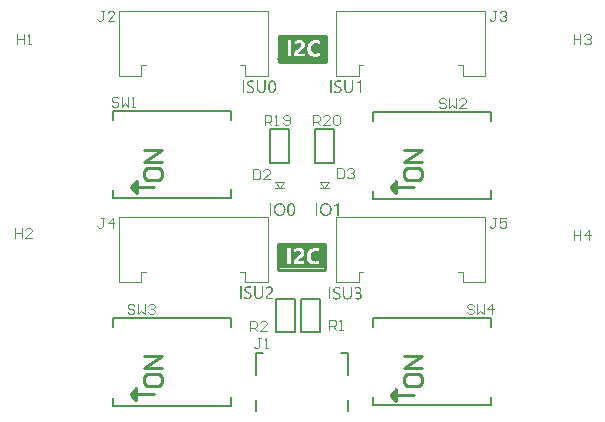
<source format=gto>
G04*
G04 #@! TF.GenerationSoftware,Altium Limited,Altium Designer,21.4.1 (30)*
G04*
G04 Layer_Color=65535*
%FSLAX44Y44*%
%MOMM*%
G71*
G04*
G04 #@! TF.SameCoordinates,D9E7D647-E61C-487C-AA5F-480CAE51DE59*
G04*
G04*
G04 #@! TF.FilePolarity,Positive*
G04*
G01*
G75*
%ADD10C,0.1000*%
%ADD11C,0.2000*%
%ADD12C,0.2500*%
%ADD13C,0.3000*%
%ADD14C,0.3500*%
%ADD15C,0.2540*%
%ADD16C,0.1200*%
G36*
X207417Y280671D02*
X207547D01*
X207696Y280661D01*
X207856Y280651D01*
X208026Y280631D01*
X208395Y280591D01*
X208774Y280521D01*
X208954Y280481D01*
X209124Y280431D01*
X209284Y280382D01*
X209423Y280312D01*
Y278924D01*
X209413Y278934D01*
X209383Y278954D01*
X209323Y278984D01*
X209254Y279024D01*
X209164Y279074D01*
X209054Y279134D01*
X208924Y279184D01*
X208774Y279254D01*
X208615Y279313D01*
X208435Y279363D01*
X208235Y279423D01*
X208026Y279473D01*
X207796Y279513D01*
X207556Y279543D01*
X207307Y279563D01*
X207038Y279573D01*
X206888D01*
X206788Y279563D01*
X206668Y279553D01*
X206528Y279533D01*
X206379Y279513D01*
X206229Y279483D01*
X206209D01*
X206159Y279463D01*
X206089Y279443D01*
X205989Y279423D01*
X205879Y279383D01*
X205760Y279333D01*
X205630Y279283D01*
X205510Y279214D01*
X205500Y279204D01*
X205460Y279184D01*
X205400Y279134D01*
X205331Y279084D01*
X205251Y279004D01*
X205161Y278924D01*
X205081Y278824D01*
X205001Y278715D01*
X204991Y278704D01*
X204971Y278664D01*
X204941Y278595D01*
X204901Y278515D01*
X204861Y278405D01*
X204831Y278285D01*
X204811Y278146D01*
X204801Y277986D01*
Y277966D01*
Y277916D01*
X204811Y277846D01*
X204821Y277746D01*
X204841Y277636D01*
X204861Y277527D01*
X204901Y277407D01*
X204951Y277287D01*
X204961Y277277D01*
X204981Y277237D01*
X205011Y277187D01*
X205061Y277107D01*
X205121Y277027D01*
X205201Y276938D01*
X205291Y276848D01*
X205390Y276748D01*
X205400Y276738D01*
X205440Y276708D01*
X205510Y276658D01*
X205590Y276598D01*
X205700Y276528D01*
X205820Y276448D01*
X205959Y276369D01*
X206109Y276279D01*
X206129Y276269D01*
X206179Y276239D01*
X206269Y276199D01*
X206389Y276139D01*
X206528Y276059D01*
X206698Y275979D01*
X206878Y275889D01*
X207077Y275790D01*
X207087D01*
X207107Y275780D01*
X207137Y275760D01*
X207177Y275740D01*
X207287Y275690D01*
X207427Y275610D01*
X207586Y275520D01*
X207766Y275420D01*
X208146Y275201D01*
X208155D01*
X208165Y275191D01*
X208195Y275171D01*
X208235Y275151D01*
X208325Y275081D01*
X208445Y275001D01*
X208585Y274901D01*
X208734Y274781D01*
X208884Y274652D01*
X209034Y274512D01*
X209054Y274492D01*
X209094Y274452D01*
X209174Y274372D01*
X209254Y274272D01*
X209353Y274153D01*
X209453Y274003D01*
X209553Y273853D01*
X209643Y273683D01*
X209653Y273664D01*
X209683Y273604D01*
X209713Y273514D01*
X209763Y273384D01*
X209802Y273234D01*
X209832Y273055D01*
X209862Y272855D01*
X209872Y272645D01*
Y272635D01*
Y272615D01*
Y272575D01*
Y272516D01*
X209862Y272456D01*
X209852Y272376D01*
X209832Y272196D01*
X209792Y271987D01*
X209743Y271767D01*
X209663Y271547D01*
X209563Y271338D01*
Y271328D01*
X209553Y271318D01*
X209533Y271288D01*
X209513Y271248D01*
X209443Y271148D01*
X209353Y271028D01*
X209233Y270888D01*
X209094Y270739D01*
X208924Y270599D01*
X208744Y270459D01*
X208734D01*
X208724Y270449D01*
X208694Y270429D01*
X208655Y270409D01*
X208605Y270379D01*
X208545Y270349D01*
X208405Y270270D01*
X208225Y270190D01*
X208016Y270110D01*
X207796Y270040D01*
X207547Y269980D01*
X207537D01*
X207517Y269970D01*
X207477D01*
X207427Y269960D01*
X207367Y269950D01*
X207297Y269930D01*
X207207Y269920D01*
X207117Y269910D01*
X206908Y269880D01*
X206668Y269850D01*
X206409Y269840D01*
X206129Y269830D01*
X206029D01*
X205959Y269840D01*
X205870D01*
X205760Y269850D01*
X205640Y269860D01*
X205510Y269870D01*
X205490D01*
X205450Y269880D01*
X205380Y269890D01*
X205281Y269900D01*
X205171Y269910D01*
X205041Y269930D01*
X204901Y269960D01*
X204762Y269980D01*
X204742D01*
X204702Y269990D01*
X204622Y270010D01*
X204532Y270030D01*
X204422Y270060D01*
X204302Y270090D01*
X204043Y270160D01*
X204033Y270170D01*
X203983Y270180D01*
X203923Y270210D01*
X203843Y270240D01*
X203664Y270319D01*
X203574Y270369D01*
X203494Y270419D01*
Y271877D01*
X203504Y271867D01*
X203534Y271837D01*
X203594Y271797D01*
X203664Y271737D01*
X203753Y271677D01*
X203853Y271607D01*
X203963Y271537D01*
X204093Y271467D01*
X204113Y271457D01*
X204153Y271437D01*
X204223Y271408D01*
X204312Y271368D01*
X204422Y271318D01*
X204552Y271278D01*
X204682Y271228D01*
X204821Y271178D01*
X204841D01*
X204891Y271158D01*
X204961Y271138D01*
X205061Y271108D01*
X205181Y271078D01*
X205310Y271048D01*
X205600Y270988D01*
X205620D01*
X205670Y270978D01*
X205740Y270968D01*
X205840Y270958D01*
X205949Y270948D01*
X206069Y270938D01*
X206319Y270928D01*
X206429D01*
X206508Y270938D01*
X206598D01*
X206708Y270948D01*
X206828Y270968D01*
X206958Y270978D01*
X207237Y271028D01*
X207517Y271108D01*
X207786Y271208D01*
X207906Y271278D01*
X208016Y271348D01*
X208026Y271358D01*
X208036Y271368D01*
X208106Y271427D01*
X208195Y271527D01*
X208295Y271657D01*
X208395Y271827D01*
X208485Y272036D01*
X208555Y272286D01*
X208565Y272416D01*
X208575Y272565D01*
Y272585D01*
Y272635D01*
X208565Y272715D01*
X208555Y272815D01*
X208525Y272925D01*
X208495Y273055D01*
X208445Y273174D01*
X208385Y273294D01*
X208375Y273304D01*
X208355Y273344D01*
X208315Y273414D01*
X208255Y273484D01*
X208185Y273574D01*
X208096Y273673D01*
X207996Y273773D01*
X207876Y273873D01*
X207866Y273883D01*
X207816Y273913D01*
X207746Y273973D01*
X207656Y274033D01*
X207537Y274113D01*
X207407Y274193D01*
X207257Y274282D01*
X207087Y274372D01*
X207067Y274382D01*
X207008Y274412D01*
X206918Y274462D01*
X206798Y274522D01*
X206658Y274602D01*
X206488Y274692D01*
X206309Y274781D01*
X206119Y274881D01*
X206109D01*
X206099Y274891D01*
X206069Y274911D01*
X206029Y274931D01*
X205919Y274981D01*
X205790Y275061D01*
X205630Y275141D01*
X205450Y275231D01*
X205091Y275440D01*
X205081D01*
X205071Y275450D01*
X205011Y275490D01*
X204921Y275550D01*
X204811Y275630D01*
X204682Y275720D01*
X204542Y275830D01*
X204402Y275949D01*
X204262Y276069D01*
X204242Y276089D01*
X204202Y276129D01*
X204143Y276199D01*
X204063Y276299D01*
X203973Y276409D01*
X203883Y276548D01*
X203793Y276688D01*
X203713Y276848D01*
Y276858D01*
X203703Y276868D01*
X203683Y276928D01*
X203654Y277017D01*
X203614Y277137D01*
X203574Y277297D01*
X203544Y277467D01*
X203524Y277666D01*
X203514Y277876D01*
Y277886D01*
Y277906D01*
Y277946D01*
X203524Y277996D01*
Y278056D01*
X203534Y278136D01*
X203554Y278305D01*
X203594Y278495D01*
X203643Y278704D01*
X203723Y278914D01*
X203823Y279124D01*
Y279134D01*
X203843Y279144D01*
X203853Y279174D01*
X203883Y279214D01*
X203953Y279313D01*
X204043Y279433D01*
X204163Y279573D01*
X204312Y279713D01*
X204472Y279862D01*
X204652Y279992D01*
X204662D01*
X204672Y280012D01*
X204702Y280022D01*
X204742Y280052D01*
X204851Y280112D01*
X204991Y280192D01*
X205161Y280272D01*
X205360Y280361D01*
X205580Y280441D01*
X205820Y280511D01*
X205830D01*
X205850Y280521D01*
X205889Y280531D01*
X205929Y280541D01*
X205989Y280551D01*
X206069Y280561D01*
X206239Y280601D01*
X206439Y280631D01*
X206668Y280651D01*
X206908Y280671D01*
X207167Y280681D01*
X207317D01*
X207417Y280671D01*
D02*
G37*
G36*
X219655Y274242D02*
Y274232D01*
Y274193D01*
Y274133D01*
X219645Y274053D01*
Y273953D01*
X219625Y273833D01*
X219615Y273703D01*
X219595Y273554D01*
X219565Y273394D01*
X219535Y273224D01*
X219445Y272845D01*
X219385Y272645D01*
X219326Y272446D01*
X219246Y272246D01*
X219156Y272036D01*
X219056Y271827D01*
X218946Y271627D01*
X218817Y271427D01*
X218677Y271228D01*
X218527Y271038D01*
X218357Y270858D01*
X218178Y270679D01*
X217968Y270519D01*
X217748Y270369D01*
X217509Y270240D01*
X217259Y270120D01*
X216980Y270020D01*
X216680Y269940D01*
X216361Y269880D01*
X216021Y269840D01*
X215662Y269830D01*
X215572D01*
X215502Y269840D01*
X215413Y269850D01*
X215313Y269860D01*
X215193Y269870D01*
X215063Y269900D01*
X214923Y269930D01*
X214774Y269960D01*
X214454Y270050D01*
X214275Y270120D01*
X214105Y270190D01*
X213925Y270270D01*
X213745Y270359D01*
X213566Y270469D01*
X213386Y270589D01*
X213216Y270719D01*
X213047Y270868D01*
X212877Y271028D01*
X212717Y271208D01*
X212568Y271408D01*
X212428Y271627D01*
X212298Y271857D01*
X212178Y272116D01*
X212078Y272386D01*
X211999Y272675D01*
X211929Y272995D01*
X211869Y273334D01*
X211839Y273693D01*
X211829Y274083D01*
Y280511D01*
X213067D01*
Y274163D01*
Y274153D01*
Y274123D01*
Y274083D01*
X213077Y274023D01*
Y273953D01*
X213087Y273863D01*
X213097Y273763D01*
X213107Y273654D01*
X213147Y273414D01*
X213207Y273144D01*
X213296Y272845D01*
X213406Y272546D01*
X213556Y272246D01*
X213636Y272096D01*
X213736Y271957D01*
X213835Y271817D01*
X213955Y271677D01*
X214075Y271557D01*
X214215Y271437D01*
X214364Y271328D01*
X214524Y271228D01*
X214704Y271138D01*
X214893Y271068D01*
X215093Y271008D01*
X215313Y270968D01*
X215542Y270938D01*
X215792Y270928D01*
X215862D01*
X215902Y270938D01*
X215961D01*
X216031Y270948D01*
X216201Y270978D01*
X216401Y271028D01*
X216630Y271098D01*
X216860Y271188D01*
X217110Y271318D01*
X217229Y271397D01*
X217359Y271487D01*
X217479Y271587D01*
X217599Y271687D01*
X217708Y271807D01*
X217818Y271947D01*
X217918Y272086D01*
X218018Y272246D01*
X218108Y272416D01*
X218188Y272605D01*
X218258Y272805D01*
X218317Y273025D01*
X218367Y273254D01*
X218397Y273504D01*
X218417Y273773D01*
X218427Y274053D01*
Y280511D01*
X219655D01*
Y274242D01*
D02*
G37*
G36*
X201228Y270000D02*
X200000D01*
Y280511D01*
X201228D01*
Y270000D01*
D02*
G37*
G36*
X225205Y280671D02*
X225285Y280661D01*
X225375Y280641D01*
X225475Y280621D01*
X225584Y280601D01*
X225834Y280521D01*
X225974Y280461D01*
X226113Y280401D01*
X226263Y280322D01*
X226413Y280232D01*
X226563Y280122D01*
X226722Y280012D01*
X226882Y279872D01*
X227032Y279723D01*
X227181Y279553D01*
X227331Y279363D01*
X227471Y279154D01*
X227611Y278934D01*
X227740Y278685D01*
X227860Y278405D01*
X227970Y278116D01*
X228070Y277786D01*
X228160Y277447D01*
X228240Y277067D01*
X228300Y276668D01*
X228340Y276239D01*
X228369Y275780D01*
X228379Y275291D01*
Y275281D01*
Y275231D01*
Y275161D01*
Y275071D01*
X228369Y274951D01*
Y274821D01*
X228359Y274672D01*
X228349Y274502D01*
X228340Y274332D01*
X228319Y274143D01*
X228280Y273753D01*
X228220Y273344D01*
X228140Y272955D01*
Y272945D01*
X228130Y272915D01*
X228120Y272855D01*
X228100Y272785D01*
X228070Y272695D01*
X228040Y272595D01*
X228010Y272486D01*
X227960Y272356D01*
X227870Y272086D01*
X227750Y271797D01*
X227611Y271517D01*
X227451Y271238D01*
Y271228D01*
X227431Y271208D01*
X227401Y271168D01*
X227371Y271128D01*
X227331Y271068D01*
X227271Y270998D01*
X227142Y270849D01*
X226982Y270669D01*
X226792Y270499D01*
X226583Y270329D01*
X226343Y270180D01*
X226333D01*
X226313Y270160D01*
X226273Y270150D01*
X226223Y270120D01*
X226163Y270100D01*
X226094Y270070D01*
X226004Y270030D01*
X225914Y270000D01*
X225684Y269930D01*
X225435Y269880D01*
X225155Y269840D01*
X224846Y269820D01*
X224766D01*
X224716Y269830D01*
X224646D01*
X224566Y269840D01*
X224476Y269850D01*
X224377Y269860D01*
X224157Y269900D01*
X223917Y269960D01*
X223678Y270050D01*
X223438Y270160D01*
X223428D01*
X223408Y270180D01*
X223378Y270200D01*
X223338Y270230D01*
X223219Y270309D01*
X223079Y270419D01*
X222909Y270559D01*
X222740Y270739D01*
X222560Y270938D01*
X222390Y271178D01*
Y271188D01*
X222370Y271208D01*
X222350Y271248D01*
X222320Y271298D01*
X222290Y271368D01*
X222250Y271437D01*
X222200Y271527D01*
X222150Y271637D01*
X222101Y271747D01*
X222051Y271877D01*
X222001Y272006D01*
X221941Y272146D01*
X221841Y272466D01*
X221751Y272815D01*
Y272825D01*
X221741Y272855D01*
X221731Y272915D01*
X221721Y272985D01*
X221701Y273074D01*
X221681Y273184D01*
X221661Y273314D01*
X221641Y273454D01*
X221621Y273613D01*
X221602Y273783D01*
X221581Y273963D01*
X221562Y274163D01*
X221552Y274372D01*
X221542Y274582D01*
X221532Y275041D01*
Y275061D01*
Y275101D01*
Y275171D01*
Y275271D01*
X221542Y275390D01*
Y275530D01*
X221552Y275690D01*
X221562Y275860D01*
X221572Y276049D01*
X221591Y276239D01*
X221631Y276648D01*
X221681Y277057D01*
X221761Y277467D01*
Y277477D01*
X221771Y277517D01*
X221781Y277567D01*
X221801Y277646D01*
X221831Y277736D01*
X221861Y277836D01*
X221891Y277956D01*
X221931Y278086D01*
X222031Y278365D01*
X222141Y278664D01*
X222280Y278964D01*
X222440Y279244D01*
X222450Y279254D01*
X222460Y279273D01*
X222490Y279313D01*
X222520Y279363D01*
X222560Y279423D01*
X222620Y279493D01*
X222749Y279653D01*
X222909Y279823D01*
X223099Y280002D01*
X223308Y280172D01*
X223548Y280322D01*
X223558D01*
X223578Y280342D01*
X223618Y280352D01*
X223668Y280382D01*
X223728Y280401D01*
X223798Y280431D01*
X223887Y280471D01*
X223987Y280501D01*
X224087Y280531D01*
X224207Y280571D01*
X224466Y280621D01*
X224756Y280661D01*
X225065Y280681D01*
X225145D01*
X225205Y280671D01*
D02*
G37*
G36*
X224228Y166000D02*
X223000D01*
Y176511D01*
X224228D01*
Y166000D01*
D02*
G37*
G36*
X231555Y176671D02*
X231615D01*
X231764Y176661D01*
X231954Y176641D01*
X232164Y176601D01*
X232403Y176561D01*
X232663Y176501D01*
X232932Y176421D01*
X233222Y176322D01*
X233511Y176202D01*
X233801Y176062D01*
X234090Y175892D01*
X234380Y175703D01*
X234649Y175473D01*
X234909Y175214D01*
X234929Y175194D01*
X234969Y175144D01*
X235029Y175064D01*
X235118Y174944D01*
X235218Y174804D01*
X235328Y174625D01*
X235448Y174415D01*
X235578Y174185D01*
X235697Y173926D01*
X235817Y173636D01*
X235927Y173317D01*
X236027Y172978D01*
X236117Y172608D01*
X236176Y172229D01*
X236226Y171810D01*
X236236Y171380D01*
Y171370D01*
Y171350D01*
Y171320D01*
Y171271D01*
Y171211D01*
X236226Y171131D01*
Y171051D01*
X236216Y170961D01*
X236196Y170742D01*
X236166Y170492D01*
X236127Y170212D01*
X236067Y169913D01*
X235997Y169594D01*
X235907Y169264D01*
X235797Y168925D01*
X235657Y168585D01*
X235508Y168246D01*
X235318Y167927D01*
X235108Y167607D01*
X234869Y167318D01*
X234849Y167298D01*
X234809Y167258D01*
X234729Y167178D01*
X234619Y167088D01*
X234480Y166968D01*
X234320Y166849D01*
X234130Y166709D01*
X233901Y166579D01*
X233661Y166439D01*
X233382Y166299D01*
X233082Y166180D01*
X232763Y166060D01*
X232413Y165970D01*
X232034Y165890D01*
X231645Y165850D01*
X231225Y165830D01*
X231126D01*
X231076Y165840D01*
X231006D01*
X230856Y165850D01*
X230666Y165880D01*
X230447Y165910D01*
X230207Y165950D01*
X229938Y166010D01*
X229658Y166090D01*
X229369Y166190D01*
X229069Y166309D01*
X228770Y166449D01*
X228470Y166619D01*
X228181Y166819D01*
X227901Y167038D01*
X227642Y167298D01*
X227632Y167318D01*
X227582Y167368D01*
X227522Y167447D01*
X227432Y167567D01*
X227332Y167707D01*
X227222Y167887D01*
X227103Y168096D01*
X226973Y168326D01*
X226853Y168585D01*
X226723Y168875D01*
X226614Y169194D01*
X226514Y169534D01*
X226424Y169903D01*
X226364Y170282D01*
X226324Y170702D01*
X226304Y171131D01*
Y171141D01*
Y171161D01*
Y171191D01*
Y171241D01*
X226314Y171301D01*
Y171370D01*
Y171460D01*
X226324Y171550D01*
X226344Y171770D01*
X226374Y172009D01*
X226424Y172289D01*
X226474Y172588D01*
X226544Y172908D01*
X226633Y173237D01*
X226753Y173566D01*
X226883Y173906D01*
X227043Y174245D01*
X227222Y174565D01*
X227432Y174884D01*
X227672Y175174D01*
X227692Y175194D01*
X227732Y175243D01*
X227811Y175313D01*
X227921Y175413D01*
X228061Y175523D01*
X228231Y175653D01*
X228430Y175783D01*
X228650Y175932D01*
X228899Y176072D01*
X229189Y176202D01*
X229488Y176332D01*
X229828Y176441D01*
X230187Y176541D01*
X230567Y176621D01*
X230976Y176661D01*
X231405Y176681D01*
X231505D01*
X231555Y176671D01*
D02*
G37*
G36*
X241238D02*
X241317Y176661D01*
X241407Y176641D01*
X241507Y176621D01*
X241617Y176601D01*
X241866Y176521D01*
X242006Y176461D01*
X242146Y176402D01*
X242296Y176322D01*
X242445Y176232D01*
X242595Y176122D01*
X242755Y176012D01*
X242915Y175872D01*
X243064Y175723D01*
X243214Y175553D01*
X243364Y175363D01*
X243503Y175154D01*
X243643Y174934D01*
X243773Y174685D01*
X243893Y174405D01*
X244003Y174116D01*
X244102Y173786D01*
X244192Y173447D01*
X244272Y173067D01*
X244332Y172668D01*
X244372Y172239D01*
X244402Y171780D01*
X244412Y171291D01*
Y171281D01*
Y171231D01*
Y171161D01*
Y171071D01*
X244402Y170951D01*
Y170821D01*
X244392Y170672D01*
X244382Y170502D01*
X244372Y170332D01*
X244352Y170143D01*
X244312Y169753D01*
X244252Y169344D01*
X244172Y168955D01*
Y168945D01*
X244162Y168915D01*
X244152Y168855D01*
X244132Y168785D01*
X244102Y168695D01*
X244072Y168595D01*
X244042Y168486D01*
X243993Y168356D01*
X243903Y168086D01*
X243783Y167797D01*
X243643Y167517D01*
X243484Y167238D01*
Y167228D01*
X243463Y167208D01*
X243434Y167168D01*
X243404Y167128D01*
X243364Y167068D01*
X243304Y166998D01*
X243174Y166849D01*
X243014Y166669D01*
X242825Y166499D01*
X242615Y166329D01*
X242376Y166180D01*
X242365D01*
X242346Y166160D01*
X242306Y166150D01*
X242256Y166120D01*
X242196Y166100D01*
X242126Y166070D01*
X242036Y166030D01*
X241946Y166000D01*
X241717Y165930D01*
X241467Y165880D01*
X241188Y165840D01*
X240878Y165820D01*
X240798D01*
X240748Y165830D01*
X240679D01*
X240599Y165840D01*
X240509Y165850D01*
X240409Y165860D01*
X240189Y165900D01*
X239950Y165960D01*
X239710Y166050D01*
X239471Y166160D01*
X239461D01*
X239441Y166180D01*
X239411Y166200D01*
X239371Y166230D01*
X239251Y166309D01*
X239111Y166419D01*
X238942Y166559D01*
X238772Y166739D01*
X238592Y166938D01*
X238423Y167178D01*
Y167188D01*
X238403Y167208D01*
X238383Y167248D01*
X238353Y167298D01*
X238323Y167368D01*
X238283Y167437D01*
X238233Y167527D01*
X238183Y167637D01*
X238133Y167747D01*
X238083Y167877D01*
X238033Y168006D01*
X237973Y168146D01*
X237873Y168466D01*
X237784Y168815D01*
Y168825D01*
X237774Y168855D01*
X237764Y168915D01*
X237754Y168985D01*
X237734Y169074D01*
X237714Y169184D01*
X237694Y169314D01*
X237674Y169454D01*
X237654Y169614D01*
X237634Y169783D01*
X237614Y169963D01*
X237594Y170163D01*
X237584Y170372D01*
X237574Y170582D01*
X237564Y171041D01*
Y171061D01*
Y171101D01*
Y171171D01*
Y171271D01*
X237574Y171390D01*
Y171530D01*
X237584Y171690D01*
X237594Y171859D01*
X237604Y172049D01*
X237624Y172239D01*
X237664Y172648D01*
X237714Y173057D01*
X237794Y173467D01*
Y173477D01*
X237804Y173517D01*
X237814Y173566D01*
X237834Y173646D01*
X237864Y173736D01*
X237894Y173836D01*
X237923Y173956D01*
X237963Y174086D01*
X238063Y174365D01*
X238173Y174664D01*
X238313Y174964D01*
X238472Y175243D01*
X238482Y175254D01*
X238492Y175273D01*
X238522Y175313D01*
X238552Y175363D01*
X238592Y175423D01*
X238652Y175493D01*
X238782Y175653D01*
X238942Y175823D01*
X239131Y176002D01*
X239341Y176172D01*
X239580Y176322D01*
X239590D01*
X239610Y176342D01*
X239650Y176352D01*
X239700Y176381D01*
X239760Y176402D01*
X239830Y176431D01*
X239920Y176471D01*
X240020Y176501D01*
X240119Y176531D01*
X240239Y176571D01*
X240499Y176621D01*
X240788Y176661D01*
X241098Y176681D01*
X241178D01*
X241238Y176671D01*
D02*
G37*
G36*
X281236Y166000D02*
X280038D01*
Y175074D01*
X280028Y175064D01*
X280008Y175054D01*
X279978Y175024D01*
X279938Y174984D01*
X279878Y174934D01*
X279808Y174884D01*
X279728Y174824D01*
X279629Y174754D01*
X279619Y174744D01*
X279579Y174724D01*
X279529Y174685D01*
X279449Y174645D01*
X279359Y174585D01*
X279259Y174525D01*
X279139Y174465D01*
X279020Y174395D01*
X279010Y174385D01*
X278960Y174365D01*
X278900Y174335D01*
X278810Y174295D01*
X278700Y174245D01*
X278590Y174185D01*
X278461Y174125D01*
X278321Y174066D01*
X278301Y174056D01*
X278261Y174046D01*
X278181Y174016D01*
X278091Y173986D01*
X277981Y173946D01*
X277862Y173906D01*
X277602Y173836D01*
Y175044D01*
X277622Y175054D01*
X277672Y175064D01*
X277752Y175094D01*
X277862Y175124D01*
X277981Y175164D01*
X278121Y175214D01*
X278281Y175273D01*
X278441Y175343D01*
X278451D01*
X278461Y175353D01*
X278521Y175373D01*
X278600Y175413D01*
X278710Y175463D01*
X278850Y175533D01*
X278990Y175603D01*
X279309Y175763D01*
X279319D01*
X279329Y175773D01*
X279379Y175802D01*
X279469Y175852D01*
X279569Y175912D01*
X279698Y175982D01*
X279828Y176062D01*
X280118Y176242D01*
X280138Y176252D01*
X280188Y176282D01*
X280257Y176342D01*
X280347Y176402D01*
X280457Y176481D01*
X280567Y176561D01*
X280677Y176651D01*
X280786Y176741D01*
X281236D01*
Y166000D01*
D02*
G37*
G36*
X263228D02*
X262000D01*
Y176511D01*
X263228D01*
Y166000D01*
D02*
G37*
G36*
X270555Y176671D02*
X270615D01*
X270764Y176661D01*
X270954Y176641D01*
X271164Y176601D01*
X271403Y176561D01*
X271663Y176501D01*
X271932Y176421D01*
X272222Y176322D01*
X272511Y176202D01*
X272801Y176062D01*
X273090Y175892D01*
X273380Y175703D01*
X273649Y175473D01*
X273909Y175214D01*
X273929Y175194D01*
X273969Y175144D01*
X274029Y175064D01*
X274118Y174944D01*
X274218Y174804D01*
X274328Y174625D01*
X274448Y174415D01*
X274578Y174185D01*
X274697Y173926D01*
X274817Y173636D01*
X274927Y173317D01*
X275027Y172978D01*
X275117Y172608D01*
X275177Y172229D01*
X275226Y171810D01*
X275236Y171380D01*
Y171370D01*
Y171350D01*
Y171320D01*
Y171271D01*
Y171211D01*
X275226Y171131D01*
Y171051D01*
X275216Y170961D01*
X275196Y170742D01*
X275166Y170492D01*
X275127Y170212D01*
X275067Y169913D01*
X274997Y169594D01*
X274907Y169264D01*
X274797Y168925D01*
X274657Y168585D01*
X274508Y168246D01*
X274318Y167927D01*
X274108Y167607D01*
X273869Y167318D01*
X273849Y167298D01*
X273809Y167258D01*
X273729Y167178D01*
X273619Y167088D01*
X273479Y166968D01*
X273320Y166849D01*
X273130Y166709D01*
X272901Y166579D01*
X272661Y166439D01*
X272381Y166299D01*
X272082Y166180D01*
X271763Y166060D01*
X271413Y165970D01*
X271034Y165890D01*
X270645Y165850D01*
X270225Y165830D01*
X270126D01*
X270076Y165840D01*
X270006D01*
X269856Y165850D01*
X269666Y165880D01*
X269447Y165910D01*
X269207Y165950D01*
X268938Y166010D01*
X268658Y166090D01*
X268369Y166190D01*
X268069Y166309D01*
X267770Y166449D01*
X267470Y166619D01*
X267181Y166819D01*
X266901Y167038D01*
X266642Y167298D01*
X266632Y167318D01*
X266582Y167368D01*
X266522Y167447D01*
X266432Y167567D01*
X266332Y167707D01*
X266222Y167887D01*
X266103Y168096D01*
X265973Y168326D01*
X265853Y168585D01*
X265723Y168875D01*
X265614Y169194D01*
X265514Y169534D01*
X265424Y169903D01*
X265364Y170282D01*
X265324Y170702D01*
X265304Y171131D01*
Y171141D01*
Y171161D01*
Y171191D01*
Y171241D01*
X265314Y171301D01*
Y171370D01*
Y171460D01*
X265324Y171550D01*
X265344Y171770D01*
X265374Y172009D01*
X265424Y172289D01*
X265474Y172588D01*
X265544Y172908D01*
X265634Y173237D01*
X265753Y173566D01*
X265883Y173906D01*
X266043Y174245D01*
X266222Y174565D01*
X266432Y174884D01*
X266672Y175174D01*
X266692Y175194D01*
X266732Y175243D01*
X266811Y175313D01*
X266921Y175413D01*
X267061Y175523D01*
X267231Y175653D01*
X267430Y175783D01*
X267650Y175932D01*
X267899Y176072D01*
X268189Y176202D01*
X268488Y176332D01*
X268828Y176441D01*
X269187Y176541D01*
X269566Y176621D01*
X269976Y176661D01*
X270405Y176681D01*
X270505D01*
X270555Y176671D01*
D02*
G37*
G36*
X264812Y138688D02*
X271029D01*
Y124566D01*
X230650D01*
Y138688D01*
X243006D01*
D01*
X247692D01*
X247277Y138675D01*
X246874Y138636D01*
X246485Y138584D01*
X246122Y138506D01*
X245758Y138415D01*
X245434Y138324D01*
X245122Y138221D01*
X244837Y138117D01*
X244577Y138000D01*
X244356Y137896D01*
X244149Y137805D01*
X243980Y137715D01*
X243850Y137637D01*
X243746Y137585D01*
X243694Y137546D01*
X243668Y137533D01*
Y134885D01*
X243967Y135132D01*
X244278Y135352D01*
X244577Y135534D01*
X244876Y135690D01*
X245161Y135833D01*
X245447Y135949D01*
X245706Y136040D01*
X245966Y136118D01*
X246186Y136170D01*
X246394Y136209D01*
X246589Y136248D01*
X246744Y136261D01*
X246874Y136274D01*
X246965Y136287D01*
X247043D01*
X247407Y136274D01*
X247718Y136222D01*
X247978Y136144D01*
X248185Y136066D01*
X248354Y135975D01*
X248471Y135910D01*
X248536Y135858D01*
X248562Y135833D01*
X248730Y135651D01*
X248847Y135443D01*
X248938Y135223D01*
X248990Y135015D01*
X249029Y134820D01*
X249042Y134664D01*
X249055Y134600D01*
Y134560D01*
Y134535D01*
Y134522D01*
Y134353D01*
X249029Y134197D01*
X249003Y134054D01*
X248977Y133925D01*
X248951Y133821D01*
X248925Y133730D01*
X248912Y133678D01*
X248899Y133665D01*
X248834Y133522D01*
X248769Y133379D01*
X248691Y133250D01*
X248613Y133133D01*
X248549Y133029D01*
X248497Y132951D01*
X248458Y132899D01*
X248445Y132886D01*
X248328Y132743D01*
X248198Y132601D01*
X248068Y132471D01*
X247952Y132354D01*
X247835Y132250D01*
X247757Y132172D01*
X247705Y132120D01*
X247679Y132107D01*
X247510Y131965D01*
X247329Y131822D01*
X247147Y131679D01*
X246978Y131549D01*
X246835Y131446D01*
X246731Y131368D01*
X246654Y131316D01*
X246641Y131290D01*
X246628D01*
X246199Y130978D01*
X245992Y130822D01*
X245810Y130680D01*
X245654Y130550D01*
X245525Y130459D01*
X245447Y130394D01*
X245434Y130368D01*
X245421D01*
X245187Y130174D01*
X244966Y129979D01*
X244772Y129771D01*
X244603Y129589D01*
X244460Y129434D01*
X244343Y129317D01*
X244304Y129265D01*
X244278Y129226D01*
X244265Y129213D01*
X244252Y129200D01*
X244058Y128940D01*
X243889Y128694D01*
X243733Y128434D01*
X243603Y128201D01*
X243500Y128006D01*
X243461Y127915D01*
X243422Y127850D01*
X243396Y127785D01*
X243370Y127746D01*
X243357Y127720D01*
Y127707D01*
X243240Y127383D01*
X243149Y127058D01*
X243097Y126747D01*
X243045Y126461D01*
X243032Y126319D01*
X243019Y126202D01*
Y126098D01*
X243006Y126007D01*
Y124800D01*
X252131D01*
D01*
X252105D01*
Y127292D01*
X246316D01*
X246329Y127396D01*
X246342Y127487D01*
X246407Y127669D01*
X246446Y127746D01*
X246472Y127798D01*
X246485Y127837D01*
X246498Y127850D01*
X246667Y128071D01*
X246744Y128175D01*
X246835Y128265D01*
X246900Y128343D01*
X246965Y128408D01*
X247004Y128447D01*
X247017Y128460D01*
X247264Y128694D01*
X247393Y128798D01*
X247510Y128889D01*
X247614Y128966D01*
X247692Y129031D01*
X247744Y129070D01*
X247757Y129083D01*
X248081Y129317D01*
X248224Y129434D01*
X248354Y129524D01*
X248471Y129615D01*
X248562Y129680D01*
X248613Y129719D01*
X248640Y129732D01*
X248899Y129914D01*
X249133Y130083D01*
X249353Y130238D01*
X249548Y130394D01*
X249717Y130511D01*
X249847Y130615D01*
X249925Y130667D01*
X249937Y130693D01*
X249950D01*
X250184Y130887D01*
X250392Y131082D01*
X250586Y131264D01*
X250742Y131433D01*
X250885Y131575D01*
X250976Y131692D01*
X251041Y131770D01*
X251067Y131796D01*
X251235Y132029D01*
X251391Y132263D01*
X251521Y132484D01*
X251625Y132691D01*
X251716Y132873D01*
X251780Y133016D01*
X251807Y133068D01*
X251819Y133107D01*
X251832Y133120D01*
Y133133D01*
X251936Y133418D01*
X252001Y133704D01*
X252053Y133989D01*
X252092Y134249D01*
X252118Y134470D01*
Y134573D01*
X252131Y134651D01*
Y134807D01*
X252118Y135132D01*
X252079Y135443D01*
X252027Y135716D01*
X251975Y135949D01*
X251923Y136144D01*
X251897Y136222D01*
X251871Y136287D01*
X251845Y136352D01*
X251832Y136391D01*
X251819Y136404D01*
Y136417D01*
X251703Y136676D01*
X251560Y136910D01*
X251417Y137118D01*
X251274Y137299D01*
X251145Y137442D01*
X251041Y137546D01*
X250976Y137611D01*
X250963Y137637D01*
X250950D01*
X250729Y137818D01*
X250496Y137974D01*
X250262Y138104D01*
X250041Y138221D01*
X249847Y138299D01*
X249756Y138337D01*
X249691Y138364D01*
X249626Y138389D01*
X249587Y138402D01*
X249561Y138415D01*
X249548D01*
X249237Y138506D01*
X248912Y138571D01*
X248601Y138623D01*
X248315Y138649D01*
X248185Y138662D01*
X248068Y138675D01*
X247965D01*
X247874Y138688D01*
X252131D01*
Y137637D01*
Y138688D01*
X254156D01*
D01*
X261437D01*
X260840Y138662D01*
X260282Y138597D01*
X259750Y138506D01*
X259257Y138377D01*
X258789Y138221D01*
X258348Y138039D01*
X257959Y137857D01*
X257595Y137676D01*
X257271Y137481D01*
X256998Y137299D01*
X256752Y137118D01*
X256544Y136975D01*
X256388Y136845D01*
X256271Y136741D01*
X256206Y136676D01*
X256180Y136650D01*
X255830Y136261D01*
X255519Y135833D01*
X255246Y135404D01*
X255012Y134963D01*
X254818Y134509D01*
X254649Y134067D01*
X254519Y133639D01*
X254415Y133224D01*
X254324Y132834D01*
X254260Y132471D01*
X254221Y132159D01*
X254182Y131874D01*
Y131757D01*
X254169Y131640D01*
Y131549D01*
X254156Y131471D01*
Y131329D01*
X254182Y130771D01*
X254234Y130238D01*
X254324Y129732D01*
X254441Y129265D01*
X254571Y128824D01*
X254727Y128421D01*
X254883Y128045D01*
X255051Y127720D01*
X255220Y127422D01*
X255376Y127149D01*
X255532Y126929D01*
X255661Y126747D01*
X255778Y126604D01*
X255869Y126500D01*
X255921Y126435D01*
X255947Y126410D01*
X256297Y126085D01*
X256674Y125799D01*
X257076Y125553D01*
X257479Y125345D01*
X257894Y125163D01*
X258309Y125021D01*
X258711Y124891D01*
X259101Y124800D01*
X259477Y124722D01*
X259815Y124670D01*
X260113Y124618D01*
X260386Y124592D01*
X260503D01*
X260606Y124579D01*
X260697D01*
X260762Y124566D01*
X254156D01*
X264812D01*
Y128175D01*
Y128097D01*
X264526Y127941D01*
X264241Y127811D01*
X263955Y127694D01*
X263670Y127591D01*
X263384Y127500D01*
X263111Y127435D01*
X262852Y127370D01*
X262605Y127331D01*
X262372Y127292D01*
X262164Y127266D01*
X261982Y127240D01*
X261827Y127227D01*
X261697Y127214D01*
X261515D01*
X261165Y127227D01*
X260840Y127266D01*
X260529Y127318D01*
X260243Y127396D01*
X259984Y127487D01*
X259724Y127591D01*
X259503Y127694D01*
X259296Y127798D01*
X259114Y127902D01*
X258958Y128019D01*
X258815Y128110D01*
X258711Y128201D01*
X258621Y128279D01*
X258556Y128330D01*
X258517Y128369D01*
X258504Y128382D01*
X258309Y128616D01*
X258140Y128863D01*
X257998Y129109D01*
X257868Y129382D01*
X257764Y129641D01*
X257673Y129901D01*
X257595Y130161D01*
X257543Y130407D01*
X257491Y130641D01*
X257465Y130861D01*
X257439Y131056D01*
X257414Y131225D01*
Y131355D01*
X257401Y131458D01*
Y131523D01*
Y131549D01*
X257414Y131926D01*
X257453Y132289D01*
X257504Y132627D01*
X257582Y132938D01*
X257673Y133237D01*
X257777Y133496D01*
X257881Y133743D01*
X257998Y133976D01*
X258102Y134171D01*
X258205Y134340D01*
X258309Y134496D01*
X258400Y134612D01*
X258478Y134703D01*
X258530Y134781D01*
X258569Y134820D01*
X258582Y134833D01*
X258815Y135041D01*
X259049Y135235D01*
X259309Y135391D01*
X259568Y135534D01*
X259828Y135651D01*
X260087Y135742D01*
X260334Y135820D01*
X260581Y135884D01*
X260801Y135936D01*
X261009Y135975D01*
X261204Y136001D01*
X261359Y136027D01*
X261502D01*
X261593Y136040D01*
X261684D01*
X262008Y136027D01*
X262320Y136001D01*
X262618Y135962D01*
X262917Y135910D01*
X263189Y135845D01*
X263449Y135781D01*
X263683Y135703D01*
X263903Y135638D01*
X264111Y135560D01*
X264280Y135482D01*
X264435Y135417D01*
X264565Y135352D01*
X264669Y135300D01*
X264747Y135261D01*
X264799Y135235D01*
X264812Y135223D01*
Y138221D01*
Y138182D01*
X264552Y138273D01*
X264267Y138350D01*
X263709Y138480D01*
X263137Y138571D01*
X262865Y138597D01*
X262605Y138623D01*
X262372Y138649D01*
X262138Y138662D01*
X261943Y138675D01*
X261775D01*
X261632Y138688D01*
X264812D01*
D01*
D02*
G37*
G36*
Y124566D02*
X260905D01*
X261346Y124579D01*
X261762Y124592D01*
X262164Y124631D01*
X262540Y124683D01*
X262878Y124735D01*
X263202Y124787D01*
X263501Y124852D01*
X263761Y124930D01*
X264007Y124995D01*
X264215Y125060D01*
X264396Y125112D01*
X264539Y125163D01*
X264656Y125215D01*
X264747Y125254D01*
X264799Y125267D01*
X264812Y125280D01*
Y124566D01*
D02*
G37*
G36*
X280417Y105851D02*
X280546D01*
X280696Y105841D01*
X280856Y105831D01*
X281026Y105811D01*
X281395Y105771D01*
X281774Y105701D01*
X281954Y105661D01*
X282124Y105611D01*
X282283Y105561D01*
X282423Y105491D01*
Y104104D01*
X282413Y104114D01*
X282383Y104134D01*
X282323Y104164D01*
X282253Y104204D01*
X282164Y104254D01*
X282054Y104313D01*
X281924Y104363D01*
X281774Y104433D01*
X281615Y104493D01*
X281435Y104543D01*
X281235Y104603D01*
X281026Y104653D01*
X280796Y104693D01*
X280557Y104723D01*
X280307Y104743D01*
X280037Y104753D01*
X279888D01*
X279788Y104743D01*
X279668Y104733D01*
X279528Y104713D01*
X279379Y104693D01*
X279229Y104663D01*
X279209D01*
X279159Y104643D01*
X279089Y104623D01*
X278989Y104603D01*
X278880Y104563D01*
X278760Y104513D01*
X278630Y104463D01*
X278510Y104393D01*
X278500Y104383D01*
X278460Y104363D01*
X278400Y104313D01*
X278330Y104263D01*
X278251Y104184D01*
X278161Y104104D01*
X278081Y104004D01*
X278001Y103894D01*
X277991Y103884D01*
X277971Y103844D01*
X277941Y103774D01*
X277901Y103694D01*
X277861Y103585D01*
X277831Y103465D01*
X277811Y103325D01*
X277801Y103165D01*
Y103146D01*
Y103096D01*
X277811Y103026D01*
X277821Y102926D01*
X277841Y102816D01*
X277861Y102706D01*
X277901Y102586D01*
X277951Y102467D01*
X277961Y102457D01*
X277981Y102417D01*
X278011Y102367D01*
X278061Y102287D01*
X278121Y102207D01*
X278201Y102117D01*
X278291Y102028D01*
X278390Y101928D01*
X278400Y101918D01*
X278440Y101888D01*
X278510Y101838D01*
X278590Y101778D01*
X278700Y101708D01*
X278820Y101628D01*
X278959Y101548D01*
X279109Y101459D01*
X279129Y101448D01*
X279179Y101419D01*
X279269Y101379D01*
X279389Y101319D01*
X279528Y101239D01*
X279698Y101159D01*
X279878Y101069D01*
X280077Y100969D01*
X280087D01*
X280107Y100959D01*
X280137Y100939D01*
X280177Y100919D01*
X280287Y100870D01*
X280427Y100790D01*
X280586Y100700D01*
X280766Y100600D01*
X281145Y100380D01*
X281155D01*
X281165Y100370D01*
X281195Y100350D01*
X281235Y100330D01*
X281325Y100261D01*
X281445Y100181D01*
X281585Y100081D01*
X281734Y99961D01*
X281884Y99831D01*
X282034Y99692D01*
X282054Y99672D01*
X282094Y99632D01*
X282174Y99552D01*
X282253Y99452D01*
X282353Y99332D01*
X282453Y99183D01*
X282553Y99033D01*
X282643Y98863D01*
X282653Y98843D01*
X282683Y98783D01*
X282713Y98693D01*
X282763Y98564D01*
X282803Y98414D01*
X282833Y98234D01*
X282862Y98035D01*
X282872Y97825D01*
Y97815D01*
Y97795D01*
Y97755D01*
Y97695D01*
X282862Y97635D01*
X282852Y97555D01*
X282833Y97376D01*
X282792Y97166D01*
X282743Y96946D01*
X282663Y96727D01*
X282563Y96517D01*
Y96507D01*
X282553Y96497D01*
X282533Y96467D01*
X282513Y96427D01*
X282443Y96328D01*
X282353Y96208D01*
X282234Y96068D01*
X282094Y95918D01*
X281924Y95779D01*
X281744Y95639D01*
X281734D01*
X281724Y95629D01*
X281695Y95609D01*
X281655Y95589D01*
X281605Y95559D01*
X281545Y95529D01*
X281405Y95449D01*
X281225Y95369D01*
X281016Y95289D01*
X280796Y95220D01*
X280546Y95160D01*
X280536D01*
X280517Y95150D01*
X280477D01*
X280427Y95140D01*
X280367Y95130D01*
X280297Y95110D01*
X280207Y95100D01*
X280117Y95090D01*
X279908Y95060D01*
X279668Y95030D01*
X279409Y95020D01*
X279129Y95010D01*
X279029D01*
X278959Y95020D01*
X278869D01*
X278760Y95030D01*
X278640Y95040D01*
X278510Y95050D01*
X278490D01*
X278450Y95060D01*
X278380Y95070D01*
X278281Y95080D01*
X278171Y95090D01*
X278041Y95110D01*
X277901Y95140D01*
X277761Y95160D01*
X277742D01*
X277702Y95170D01*
X277622Y95190D01*
X277532Y95210D01*
X277422Y95240D01*
X277302Y95269D01*
X277043Y95339D01*
X277033Y95349D01*
X276983Y95359D01*
X276923Y95389D01*
X276843Y95419D01*
X276663Y95499D01*
X276574Y95549D01*
X276494Y95599D01*
Y97056D01*
X276504Y97046D01*
X276534Y97016D01*
X276594Y96976D01*
X276663Y96917D01*
X276753Y96857D01*
X276853Y96787D01*
X276963Y96717D01*
X277093Y96647D01*
X277113Y96637D01*
X277153Y96617D01*
X277222Y96587D01*
X277312Y96547D01*
X277422Y96497D01*
X277552Y96457D01*
X277682Y96407D01*
X277821Y96358D01*
X277841D01*
X277891Y96338D01*
X277961Y96318D01*
X278061Y96288D01*
X278181Y96258D01*
X278311Y96228D01*
X278600Y96168D01*
X278620D01*
X278670Y96158D01*
X278740Y96148D01*
X278840Y96138D01*
X278949Y96128D01*
X279069Y96118D01*
X279319Y96108D01*
X279429D01*
X279508Y96118D01*
X279598D01*
X279708Y96128D01*
X279828Y96148D01*
X279958Y96158D01*
X280237Y96208D01*
X280517Y96288D01*
X280786Y96388D01*
X280906Y96457D01*
X281016Y96527D01*
X281026Y96537D01*
X281036Y96547D01*
X281105Y96607D01*
X281195Y96707D01*
X281295Y96837D01*
X281395Y97006D01*
X281485Y97216D01*
X281555Y97466D01*
X281565Y97595D01*
X281575Y97745D01*
Y97765D01*
Y97815D01*
X281565Y97895D01*
X281555Y97995D01*
X281525Y98104D01*
X281495Y98234D01*
X281445Y98354D01*
X281385Y98474D01*
X281375Y98484D01*
X281355Y98524D01*
X281315Y98594D01*
X281255Y98664D01*
X281185Y98753D01*
X281096Y98853D01*
X280996Y98953D01*
X280876Y99053D01*
X280866Y99063D01*
X280816Y99093D01*
X280746Y99153D01*
X280656Y99213D01*
X280536Y99292D01*
X280407Y99372D01*
X280257Y99462D01*
X280087Y99552D01*
X280067Y99562D01*
X280007Y99592D01*
X279918Y99642D01*
X279798Y99702D01*
X279658Y99782D01*
X279488Y99871D01*
X279309Y99961D01*
X279119Y100061D01*
X279109D01*
X279099Y100071D01*
X279069Y100091D01*
X279029Y100111D01*
X278919Y100161D01*
X278790Y100241D01*
X278630Y100321D01*
X278450Y100410D01*
X278091Y100620D01*
X278081D01*
X278071Y100630D01*
X278011Y100670D01*
X277921Y100730D01*
X277811Y100810D01*
X277682Y100899D01*
X277542Y101009D01*
X277402Y101129D01*
X277262Y101249D01*
X277242Y101269D01*
X277202Y101309D01*
X277143Y101379D01*
X277063Y101478D01*
X276973Y101588D01*
X276883Y101728D01*
X276793Y101868D01*
X276713Y102028D01*
Y102037D01*
X276703Y102047D01*
X276683Y102107D01*
X276653Y102197D01*
X276614Y102317D01*
X276574Y102477D01*
X276544Y102646D01*
X276524Y102846D01*
X276514Y103056D01*
Y103066D01*
Y103086D01*
Y103125D01*
X276524Y103175D01*
Y103235D01*
X276534Y103315D01*
X276554Y103485D01*
X276594Y103674D01*
X276644Y103884D01*
X276723Y104094D01*
X276823Y104303D01*
Y104313D01*
X276843Y104323D01*
X276853Y104353D01*
X276883Y104393D01*
X276953Y104493D01*
X277043Y104613D01*
X277163Y104753D01*
X277312Y104892D01*
X277472Y105042D01*
X277652Y105172D01*
X277662D01*
X277672Y105192D01*
X277702Y105202D01*
X277742Y105232D01*
X277851Y105292D01*
X277991Y105372D01*
X278161Y105451D01*
X278360Y105541D01*
X278580Y105621D01*
X278820Y105691D01*
X278830D01*
X278850Y105701D01*
X278890Y105711D01*
X278929Y105721D01*
X278989Y105731D01*
X279069Y105741D01*
X279239Y105781D01*
X279438Y105811D01*
X279668Y105831D01*
X279908Y105851D01*
X280167Y105861D01*
X280317D01*
X280417Y105851D01*
D02*
G37*
G36*
X292655Y99422D02*
Y99412D01*
Y99372D01*
Y99312D01*
X292645Y99232D01*
Y99133D01*
X292625Y99013D01*
X292615Y98883D01*
X292595Y98733D01*
X292565Y98574D01*
X292535Y98404D01*
X292445Y98025D01*
X292385Y97825D01*
X292325Y97625D01*
X292246Y97426D01*
X292156Y97216D01*
X292056Y97006D01*
X291946Y96807D01*
X291816Y96607D01*
X291677Y96407D01*
X291527Y96218D01*
X291357Y96038D01*
X291178Y95858D01*
X290968Y95699D01*
X290748Y95549D01*
X290509Y95419D01*
X290259Y95300D01*
X289980Y95200D01*
X289680Y95120D01*
X289361Y95060D01*
X289021Y95020D01*
X288662Y95010D01*
X288572D01*
X288502Y95020D01*
X288412Y95030D01*
X288313Y95040D01*
X288193Y95050D01*
X288063Y95080D01*
X287923Y95110D01*
X287774Y95140D01*
X287454Y95230D01*
X287274Y95300D01*
X287105Y95369D01*
X286925Y95449D01*
X286745Y95539D01*
X286566Y95649D01*
X286386Y95769D01*
X286216Y95898D01*
X286047Y96048D01*
X285877Y96208D01*
X285717Y96388D01*
X285568Y96587D01*
X285428Y96807D01*
X285298Y97036D01*
X285178Y97296D01*
X285078Y97565D01*
X284999Y97855D01*
X284929Y98174D01*
X284869Y98514D01*
X284839Y98873D01*
X284829Y99262D01*
Y105691D01*
X286067D01*
Y99342D01*
Y99332D01*
Y99302D01*
Y99262D01*
X286077Y99202D01*
Y99133D01*
X286087Y99043D01*
X286097Y98943D01*
X286107Y98833D01*
X286147Y98594D01*
X286206Y98324D01*
X286296Y98025D01*
X286406Y97725D01*
X286556Y97426D01*
X286636Y97276D01*
X286735Y97136D01*
X286835Y96996D01*
X286955Y96857D01*
X287075Y96737D01*
X287215Y96617D01*
X287364Y96507D01*
X287524Y96407D01*
X287704Y96318D01*
X287893Y96248D01*
X288093Y96188D01*
X288313Y96148D01*
X288542Y96118D01*
X288792Y96108D01*
X288862D01*
X288902Y96118D01*
X288962D01*
X289031Y96128D01*
X289201Y96158D01*
X289401Y96208D01*
X289630Y96278D01*
X289860Y96368D01*
X290110Y96497D01*
X290229Y96577D01*
X290359Y96667D01*
X290479Y96767D01*
X290599Y96867D01*
X290708Y96986D01*
X290818Y97126D01*
X290918Y97266D01*
X291018Y97426D01*
X291108Y97595D01*
X291188Y97785D01*
X291257Y97985D01*
X291317Y98204D01*
X291367Y98434D01*
X291397Y98683D01*
X291417Y98953D01*
X291427Y99232D01*
Y105691D01*
X292655D01*
Y99422D01*
D02*
G37*
G36*
X297766Y105851D02*
X297836D01*
X297995Y105841D01*
X298175Y105821D01*
X298375Y105781D01*
X298584Y105741D01*
X298784Y105681D01*
X298794D01*
X298804Y105671D01*
X298834Y105661D01*
X298874Y105651D01*
X298974Y105611D01*
X299103Y105551D01*
X299243Y105471D01*
X299403Y105392D01*
X299553Y105282D01*
X299702Y105162D01*
X299722Y105152D01*
X299762Y105102D01*
X299832Y105032D01*
X299922Y104942D01*
X300012Y104823D01*
X300112Y104693D01*
X300201Y104543D01*
X300291Y104373D01*
X300301Y104353D01*
X300321Y104293D01*
X300361Y104204D01*
X300401Y104074D01*
X300431Y103924D01*
X300471Y103754D01*
X300491Y103555D01*
X300501Y103355D01*
Y103345D01*
Y103335D01*
Y103305D01*
Y103265D01*
X300491Y103155D01*
X300471Y103026D01*
X300441Y102856D01*
X300391Y102666D01*
X300321Y102457D01*
X300241Y102247D01*
X300132Y102017D01*
X299992Y101788D01*
X299822Y101568D01*
X299613Y101359D01*
X299503Y101249D01*
X299373Y101159D01*
X299243Y101059D01*
X299093Y100969D01*
X298944Y100890D01*
X298774Y100820D01*
X298594Y100750D01*
X298405Y100690D01*
Y100660D01*
X298425D01*
X298455Y100650D01*
X298494D01*
X298594Y100630D01*
X298734Y100610D01*
X298884Y100570D01*
X299053Y100530D01*
X299223Y100470D01*
X299393Y100400D01*
X299403D01*
X299413Y100390D01*
X299473Y100360D01*
X299553Y100321D01*
X299662Y100261D01*
X299792Y100181D01*
X299922Y100091D01*
X300052Y99991D01*
X300182Y99871D01*
X300191Y99861D01*
X300231Y99811D01*
X300291Y99752D01*
X300371Y99662D01*
X300451Y99542D01*
X300531Y99412D01*
X300621Y99272D01*
X300691Y99113D01*
X300701Y99093D01*
X300721Y99033D01*
X300751Y98953D01*
X300790Y98833D01*
X300820Y98693D01*
X300850Y98524D01*
X300870Y98344D01*
X300880Y98154D01*
Y98144D01*
Y98124D01*
Y98084D01*
Y98035D01*
X300870Y97975D01*
Y97895D01*
X300850Y97725D01*
X300810Y97526D01*
X300770Y97306D01*
X300701Y97076D01*
X300611Y96857D01*
Y96847D01*
X300601Y96827D01*
X300581Y96797D01*
X300561Y96757D01*
X300501Y96647D01*
X300421Y96517D01*
X300311Y96358D01*
X300182Y96188D01*
X300032Y96018D01*
X299862Y95858D01*
X299852D01*
X299842Y95838D01*
X299812Y95819D01*
X299772Y95789D01*
X299672Y95719D01*
X299533Y95629D01*
X299363Y95519D01*
X299163Y95419D01*
X298934Y95309D01*
X298684Y95220D01*
X298674D01*
X298654Y95210D01*
X298614Y95200D01*
X298564Y95190D01*
X298505Y95170D01*
X298425Y95150D01*
X298345Y95130D01*
X298245Y95110D01*
X298025Y95070D01*
X297766Y95030D01*
X297486Y95010D01*
X297187Y95000D01*
X297047D01*
X296937Y95010D01*
X296817Y95020D01*
X296668Y95030D01*
X296508Y95050D01*
X296328Y95070D01*
X296139Y95100D01*
X295949Y95140D01*
X295550Y95240D01*
X295350Y95300D01*
X295161Y95379D01*
X294971Y95459D01*
X294801Y95559D01*
Y96857D01*
X294811Y96847D01*
X294851Y96817D01*
X294911Y96777D01*
X294991Y96727D01*
X295091Y96667D01*
X295210Y96587D01*
X295350Y96517D01*
X295500Y96437D01*
X295670Y96358D01*
X295859Y96288D01*
X296059Y96218D01*
X296278Y96148D01*
X296498Y96098D01*
X296738Y96058D01*
X296987Y96028D01*
X297237Y96018D01*
X297327D01*
X297436Y96028D01*
X297566Y96038D01*
X297716Y96048D01*
X297886Y96078D01*
X298055Y96108D01*
X298225Y96158D01*
X298235D01*
X298245Y96168D01*
X298305Y96188D01*
X298385Y96218D01*
X298484Y96258D01*
X298604Y96318D01*
X298734Y96388D01*
X298864Y96467D01*
X298984Y96557D01*
X298994Y96567D01*
X299034Y96607D01*
X299093Y96667D01*
X299163Y96737D01*
X299243Y96837D01*
X299323Y96937D01*
X299403Y97066D01*
X299473Y97196D01*
X299483Y97216D01*
X299503Y97266D01*
X299533Y97346D01*
X299563Y97446D01*
X299593Y97565D01*
X299622Y97715D01*
X299643Y97875D01*
X299653Y98045D01*
Y98055D01*
Y98064D01*
Y98095D01*
X299643Y98134D01*
X299632Y98234D01*
X299603Y98364D01*
X299563Y98524D01*
X299503Y98693D01*
X299403Y98883D01*
X299283Y99073D01*
X299133Y99262D01*
X299034Y99362D01*
X298934Y99452D01*
X298824Y99542D01*
X298694Y99622D01*
X298564Y99702D01*
X298415Y99782D01*
X298255Y99851D01*
X298075Y99911D01*
X297886Y99971D01*
X297686Y100011D01*
X297466Y100051D01*
X297237Y100081D01*
X296987Y100091D01*
X296718Y100101D01*
X295849D01*
Y101119D01*
X296788D01*
X296847Y101129D01*
X296917D01*
X297087Y101149D01*
X297277Y101179D01*
X297496Y101219D01*
X297736Y101279D01*
X297976Y101359D01*
X298215Y101468D01*
X298455Y101588D01*
X298674Y101748D01*
X298864Y101938D01*
X299034Y102157D01*
X299103Y102287D01*
X299163Y102417D01*
X299213Y102556D01*
X299243Y102716D01*
X299263Y102876D01*
X299273Y103056D01*
Y103066D01*
Y103076D01*
Y103135D01*
X299263Y103225D01*
X299243Y103335D01*
X299213Y103475D01*
X299173Y103625D01*
X299103Y103784D01*
X299024Y103954D01*
X298924Y104114D01*
X298794Y104274D01*
X298634Y104433D01*
X298445Y104563D01*
X298215Y104683D01*
X298085Y104723D01*
X297945Y104763D01*
X297806Y104803D01*
X297646Y104823D01*
X297476Y104842D01*
X297187D01*
X297107Y104832D01*
X297007Y104823D01*
X296887Y104803D01*
X296758Y104782D01*
X296618Y104753D01*
X296458Y104713D01*
X296298Y104663D01*
X296119Y104603D01*
X295939Y104523D01*
X295759Y104443D01*
X295570Y104343D01*
X295390Y104223D01*
X295200Y104094D01*
Y105262D01*
X295210Y105272D01*
X295250Y105292D01*
X295300Y105322D01*
X295380Y105351D01*
X295480Y105401D01*
X295590Y105451D01*
X295730Y105501D01*
X295879Y105561D01*
X296049Y105621D01*
X296229Y105671D01*
X296428Y105721D01*
X296638Y105771D01*
X296857Y105801D01*
X297097Y105831D01*
X297337Y105851D01*
X297596Y105861D01*
X297706D01*
X297766Y105851D01*
D02*
G37*
G36*
X274228Y95180D02*
X273000D01*
Y105691D01*
X274228D01*
Y95180D01*
D02*
G37*
G36*
X205217Y106271D02*
X205347D01*
X205496Y106261D01*
X205656Y106251D01*
X205826Y106231D01*
X206195Y106191D01*
X206574Y106121D01*
X206754Y106081D01*
X206924Y106031D01*
X207083Y105982D01*
X207223Y105912D01*
Y104524D01*
X207213Y104534D01*
X207183Y104554D01*
X207123Y104584D01*
X207054Y104624D01*
X206964Y104674D01*
X206854Y104734D01*
X206724Y104784D01*
X206574Y104853D01*
X206415Y104913D01*
X206235Y104963D01*
X206035Y105023D01*
X205826Y105073D01*
X205596Y105113D01*
X205357Y105143D01*
X205107Y105163D01*
X204837Y105173D01*
X204688D01*
X204588Y105163D01*
X204468Y105153D01*
X204328Y105133D01*
X204179Y105113D01*
X204029Y105083D01*
X204009D01*
X203959Y105063D01*
X203889Y105043D01*
X203789Y105023D01*
X203680Y104983D01*
X203560Y104933D01*
X203430Y104883D01*
X203310Y104814D01*
X203300Y104804D01*
X203260Y104784D01*
X203200Y104734D01*
X203130Y104684D01*
X203051Y104604D01*
X202961Y104524D01*
X202881Y104424D01*
X202801Y104314D01*
X202791Y104305D01*
X202771Y104265D01*
X202741Y104195D01*
X202701Y104115D01*
X202661Y104005D01*
X202631Y103885D01*
X202611Y103745D01*
X202601Y103586D01*
Y103566D01*
Y103516D01*
X202611Y103446D01*
X202621Y103346D01*
X202641Y103236D01*
X202661Y103127D01*
X202701Y103007D01*
X202751Y102887D01*
X202761Y102877D01*
X202781Y102837D01*
X202811Y102787D01*
X202861Y102707D01*
X202921Y102627D01*
X203001Y102538D01*
X203091Y102448D01*
X203190Y102348D01*
X203200Y102338D01*
X203240Y102308D01*
X203310Y102258D01*
X203390Y102198D01*
X203500Y102128D01*
X203620Y102049D01*
X203759Y101969D01*
X203909Y101879D01*
X203929Y101869D01*
X203979Y101839D01*
X204069Y101799D01*
X204189Y101739D01*
X204328Y101659D01*
X204498Y101579D01*
X204678Y101489D01*
X204877Y101390D01*
X204887D01*
X204907Y101380D01*
X204937Y101360D01*
X204977Y101340D01*
X205087Y101290D01*
X205227Y101210D01*
X205387Y101120D01*
X205566Y101020D01*
X205945Y100801D01*
X205956D01*
X205965Y100791D01*
X205995Y100771D01*
X206035Y100751D01*
X206125Y100681D01*
X206245Y100601D01*
X206385Y100501D01*
X206534Y100381D01*
X206684Y100252D01*
X206834Y100112D01*
X206854Y100092D01*
X206894Y100052D01*
X206974Y99972D01*
X207054Y99872D01*
X207153Y99753D01*
X207253Y99603D01*
X207353Y99453D01*
X207443Y99283D01*
X207453Y99263D01*
X207483Y99204D01*
X207513Y99114D01*
X207563Y98984D01*
X207603Y98834D01*
X207633Y98655D01*
X207662Y98455D01*
X207672Y98245D01*
Y98235D01*
Y98215D01*
Y98175D01*
Y98116D01*
X207662Y98056D01*
X207652Y97976D01*
X207633Y97796D01*
X207593Y97586D01*
X207543Y97367D01*
X207463Y97147D01*
X207363Y96938D01*
Y96928D01*
X207353Y96918D01*
X207333Y96888D01*
X207313Y96848D01*
X207243Y96748D01*
X207153Y96628D01*
X207034Y96488D01*
X206894Y96339D01*
X206724Y96199D01*
X206544Y96059D01*
X206534D01*
X206525Y96049D01*
X206495Y96029D01*
X206455Y96009D01*
X206405Y95979D01*
X206345Y95949D01*
X206205Y95870D01*
X206025Y95790D01*
X205816Y95710D01*
X205596Y95640D01*
X205347Y95580D01*
X205337D01*
X205317Y95570D01*
X205277D01*
X205227Y95560D01*
X205167Y95550D01*
X205097Y95530D01*
X205007Y95520D01*
X204917Y95510D01*
X204708Y95480D01*
X204468Y95450D01*
X204209Y95440D01*
X203929Y95430D01*
X203829D01*
X203759Y95440D01*
X203669D01*
X203560Y95450D01*
X203440Y95460D01*
X203310Y95470D01*
X203290D01*
X203250Y95480D01*
X203180Y95490D01*
X203081Y95500D01*
X202971Y95510D01*
X202841Y95530D01*
X202701Y95560D01*
X202561Y95580D01*
X202542D01*
X202502Y95590D01*
X202422Y95610D01*
X202332Y95630D01*
X202222Y95660D01*
X202102Y95690D01*
X201843Y95760D01*
X201833Y95770D01*
X201783Y95780D01*
X201723Y95810D01*
X201643Y95840D01*
X201464Y95919D01*
X201374Y95969D01*
X201294Y96019D01*
Y97477D01*
X201304Y97467D01*
X201334Y97437D01*
X201394Y97397D01*
X201464Y97337D01*
X201553Y97277D01*
X201653Y97207D01*
X201763Y97137D01*
X201893Y97067D01*
X201913Y97057D01*
X201953Y97037D01*
X202022Y97008D01*
X202112Y96968D01*
X202222Y96918D01*
X202352Y96878D01*
X202482Y96828D01*
X202621Y96778D01*
X202641D01*
X202691Y96758D01*
X202761Y96738D01*
X202861Y96708D01*
X202981Y96678D01*
X203111Y96648D01*
X203400Y96588D01*
X203420D01*
X203470Y96578D01*
X203540Y96568D01*
X203640Y96558D01*
X203749Y96548D01*
X203869Y96538D01*
X204119Y96528D01*
X204228D01*
X204308Y96538D01*
X204398D01*
X204508Y96548D01*
X204628Y96568D01*
X204758Y96578D01*
X205037Y96628D01*
X205317Y96708D01*
X205586Y96808D01*
X205706Y96878D01*
X205816Y96948D01*
X205826Y96958D01*
X205836Y96968D01*
X205906Y97028D01*
X205995Y97127D01*
X206095Y97257D01*
X206195Y97427D01*
X206285Y97636D01*
X206355Y97886D01*
X206365Y98016D01*
X206375Y98165D01*
Y98185D01*
Y98235D01*
X206365Y98315D01*
X206355Y98415D01*
X206325Y98525D01*
X206295Y98655D01*
X206245Y98774D01*
X206185Y98894D01*
X206175Y98904D01*
X206155Y98944D01*
X206115Y99014D01*
X206055Y99084D01*
X205985Y99174D01*
X205896Y99274D01*
X205796Y99373D01*
X205676Y99473D01*
X205666Y99483D01*
X205616Y99513D01*
X205546Y99573D01*
X205456Y99633D01*
X205337Y99713D01*
X205207Y99792D01*
X205057Y99882D01*
X204887Y99972D01*
X204867Y99982D01*
X204807Y100012D01*
X204718Y100062D01*
X204598Y100122D01*
X204458Y100202D01*
X204288Y100292D01*
X204109Y100381D01*
X203919Y100481D01*
X203909D01*
X203899Y100491D01*
X203869Y100511D01*
X203829Y100531D01*
X203720Y100581D01*
X203590Y100661D01*
X203430Y100741D01*
X203250Y100831D01*
X202891Y101040D01*
X202881D01*
X202871Y101050D01*
X202811Y101090D01*
X202721Y101150D01*
X202611Y101230D01*
X202482Y101320D01*
X202342Y101430D01*
X202202Y101549D01*
X202062Y101669D01*
X202042Y101689D01*
X202003Y101729D01*
X201943Y101799D01*
X201863Y101899D01*
X201773Y102009D01*
X201683Y102148D01*
X201593Y102288D01*
X201513Y102448D01*
Y102458D01*
X201503Y102468D01*
X201483Y102528D01*
X201453Y102618D01*
X201414Y102737D01*
X201374Y102897D01*
X201344Y103067D01*
X201324Y103266D01*
X201314Y103476D01*
Y103486D01*
Y103506D01*
Y103546D01*
X201324Y103596D01*
Y103656D01*
X201334Y103736D01*
X201354Y103905D01*
X201394Y104095D01*
X201444Y104305D01*
X201523Y104514D01*
X201623Y104724D01*
Y104734D01*
X201643Y104744D01*
X201653Y104774D01*
X201683Y104814D01*
X201753Y104913D01*
X201843Y105033D01*
X201963Y105173D01*
X202112Y105313D01*
X202272Y105462D01*
X202452Y105592D01*
X202462D01*
X202472Y105612D01*
X202502Y105622D01*
X202542Y105652D01*
X202651Y105712D01*
X202791Y105792D01*
X202961Y105872D01*
X203160Y105962D01*
X203380Y106041D01*
X203620Y106111D01*
X203630D01*
X203650Y106121D01*
X203689Y106131D01*
X203729Y106141D01*
X203789Y106151D01*
X203869Y106161D01*
X204039Y106201D01*
X204238Y106231D01*
X204468Y106251D01*
X204708Y106271D01*
X204967Y106281D01*
X205117D01*
X205217Y106271D01*
D02*
G37*
G36*
X217455Y99842D02*
Y99832D01*
Y99792D01*
Y99733D01*
X217445Y99653D01*
Y99553D01*
X217425Y99433D01*
X217415Y99303D01*
X217395Y99154D01*
X217365Y98994D01*
X217335Y98824D01*
X217245Y98445D01*
X217185Y98245D01*
X217125Y98046D01*
X217046Y97846D01*
X216956Y97636D01*
X216856Y97427D01*
X216746Y97227D01*
X216616Y97028D01*
X216477Y96828D01*
X216327Y96638D01*
X216157Y96459D01*
X215978Y96279D01*
X215768Y96119D01*
X215548Y95969D01*
X215309Y95840D01*
X215059Y95720D01*
X214780Y95620D01*
X214480Y95540D01*
X214161Y95480D01*
X213821Y95440D01*
X213462Y95430D01*
X213372D01*
X213302Y95440D01*
X213213Y95450D01*
X213113Y95460D01*
X212993Y95470D01*
X212863Y95500D01*
X212723Y95530D01*
X212574Y95560D01*
X212254Y95650D01*
X212075Y95720D01*
X211905Y95790D01*
X211725Y95870D01*
X211546Y95959D01*
X211366Y96069D01*
X211186Y96189D01*
X211016Y96319D01*
X210847Y96468D01*
X210677Y96628D01*
X210517Y96808D01*
X210368Y97008D01*
X210228Y97227D01*
X210098Y97457D01*
X209978Y97716D01*
X209879Y97986D01*
X209799Y98275D01*
X209729Y98595D01*
X209669Y98934D01*
X209639Y99293D01*
X209629Y99683D01*
Y106111D01*
X210867D01*
Y99763D01*
Y99753D01*
Y99723D01*
Y99683D01*
X210877Y99623D01*
Y99553D01*
X210887Y99463D01*
X210897Y99363D01*
X210907Y99254D01*
X210947Y99014D01*
X211007Y98744D01*
X211096Y98445D01*
X211206Y98146D01*
X211356Y97846D01*
X211436Y97696D01*
X211535Y97556D01*
X211635Y97417D01*
X211755Y97277D01*
X211875Y97157D01*
X212015Y97037D01*
X212164Y96928D01*
X212324Y96828D01*
X212504Y96738D01*
X212694Y96668D01*
X212893Y96608D01*
X213113Y96568D01*
X213342Y96538D01*
X213592Y96528D01*
X213662D01*
X213702Y96538D01*
X213762D01*
X213831Y96548D01*
X214001Y96578D01*
X214201Y96628D01*
X214430Y96698D01*
X214660Y96788D01*
X214909Y96918D01*
X215029Y96997D01*
X215159Y97087D01*
X215279Y97187D01*
X215399Y97287D01*
X215508Y97407D01*
X215618Y97547D01*
X215718Y97686D01*
X215818Y97846D01*
X215908Y98016D01*
X215988Y98205D01*
X216057Y98405D01*
X216117Y98625D01*
X216167Y98854D01*
X216197Y99104D01*
X216217Y99373D01*
X216227Y99653D01*
Y106111D01*
X217455D01*
Y99842D01*
D02*
G37*
G36*
X222736Y106271D02*
X222795D01*
X222955Y106261D01*
X223145Y106231D01*
X223344Y106201D01*
X223554Y106151D01*
X223764Y106091D01*
X223774D01*
X223784Y106081D01*
X223814Y106071D01*
X223854Y106061D01*
X223963Y106011D01*
X224093Y105962D01*
X224233Y105882D01*
X224393Y105792D01*
X224552Y105682D01*
X224712Y105552D01*
X224732Y105532D01*
X224782Y105492D01*
X224852Y105413D01*
X224942Y105303D01*
X225051Y105173D01*
X225151Y105023D01*
X225261Y104853D01*
X225351Y104664D01*
Y104654D01*
X225361Y104644D01*
X225371Y104614D01*
X225391Y104574D01*
X225401Y104524D01*
X225421Y104464D01*
X225471Y104314D01*
X225511Y104135D01*
X225541Y103935D01*
X225571Y103706D01*
X225581Y103456D01*
Y103446D01*
Y103426D01*
Y103396D01*
Y103346D01*
Y103296D01*
X225571Y103226D01*
X225560Y103077D01*
X225541Y102907D01*
X225521Y102707D01*
X225481Y102518D01*
X225431Y102318D01*
Y102308D01*
X225421Y102298D01*
Y102268D01*
X225401Y102238D01*
X225371Y102138D01*
X225321Y102009D01*
X225261Y101869D01*
X225191Y101709D01*
X225101Y101539D01*
X225002Y101370D01*
X224991Y101350D01*
X224952Y101290D01*
X224892Y101210D01*
X224802Y101090D01*
X224692Y100961D01*
X224572Y100821D01*
X224433Y100661D01*
X224273Y100511D01*
X224253Y100491D01*
X224193Y100441D01*
X224103Y100361D01*
X223983Y100252D01*
X223834Y100132D01*
X223654Y99992D01*
X223454Y99842D01*
X223245Y99683D01*
X223235Y99673D01*
X223215Y99663D01*
X223175Y99633D01*
X223125Y99593D01*
X223055Y99553D01*
X222985Y99493D01*
X222815Y99373D01*
X222616Y99234D01*
X222416Y99074D01*
X222206Y98924D01*
X222017Y98774D01*
X222007D01*
X221997Y98754D01*
X221937Y98715D01*
X221847Y98645D01*
X221747Y98545D01*
X221618Y98445D01*
X221498Y98325D01*
X221368Y98205D01*
X221258Y98076D01*
X221248Y98066D01*
X221208Y98016D01*
X221168Y97956D01*
X221108Y97866D01*
X221039Y97766D01*
X220969Y97656D01*
X220909Y97537D01*
X220859Y97417D01*
Y97407D01*
X220839Y97357D01*
X220829Y97297D01*
X220809Y97207D01*
X220789Y97097D01*
X220769Y96968D01*
X220759Y96828D01*
X220749Y96668D01*
X225980D01*
Y95600D01*
X219501D01*
Y96119D01*
Y96129D01*
Y96149D01*
Y96189D01*
Y96229D01*
Y96289D01*
X219511Y96359D01*
X219521Y96518D01*
X219531Y96698D01*
X219561Y96898D01*
X219591Y97097D01*
X219641Y97297D01*
Y97307D01*
X219651Y97317D01*
X219661Y97347D01*
X219671Y97387D01*
X219711Y97487D01*
X219761Y97616D01*
X219821Y97766D01*
X219911Y97926D01*
X220000Y98105D01*
X220120Y98275D01*
Y98285D01*
X220140Y98295D01*
X220180Y98355D01*
X220260Y98445D01*
X220360Y98565D01*
X220490Y98705D01*
X220639Y98864D01*
X220809Y99034D01*
X221009Y99204D01*
X221019Y99214D01*
X221039Y99224D01*
X221068Y99254D01*
X221108Y99283D01*
X221158Y99323D01*
X221228Y99383D01*
X221298Y99443D01*
X221378Y99503D01*
X221578Y99663D01*
X221807Y99832D01*
X222067Y100032D01*
X222346Y100242D01*
X222356Y100252D01*
X222376Y100262D01*
X222406Y100282D01*
X222446Y100312D01*
X222546Y100392D01*
X222686Y100491D01*
X222835Y100611D01*
X222995Y100741D01*
X223155Y100881D01*
X223305Y101020D01*
X223325Y101040D01*
X223364Y101090D01*
X223444Y101160D01*
X223524Y101260D01*
X223624Y101370D01*
X223734Y101500D01*
X223834Y101629D01*
X223923Y101769D01*
X223933Y101789D01*
X223963Y101839D01*
X224003Y101909D01*
X224053Y102009D01*
X224113Y102118D01*
X224163Y102248D01*
X224213Y102388D01*
X224253Y102528D01*
Y102548D01*
X224273Y102598D01*
X224283Y102677D01*
X224303Y102777D01*
X224323Y102897D01*
X224333Y103037D01*
X224353Y103187D01*
Y103346D01*
Y103356D01*
Y103366D01*
Y103426D01*
X224343Y103516D01*
X224333Y103636D01*
X224313Y103765D01*
X224293Y103915D01*
X224253Y104055D01*
X224203Y104195D01*
X224193Y104215D01*
X224173Y104255D01*
X224143Y104325D01*
X224093Y104404D01*
X224033Y104504D01*
X223963Y104604D01*
X223883Y104704D01*
X223794Y104794D01*
X223784Y104804D01*
X223744Y104833D01*
X223694Y104874D01*
X223624Y104923D01*
X223534Y104983D01*
X223424Y105043D01*
X223314Y105093D01*
X223185Y105143D01*
X223165Y105153D01*
X223125Y105163D01*
X223055Y105183D01*
X222955Y105203D01*
X222845Y105223D01*
X222716Y105243D01*
X222576Y105263D01*
X222296D01*
X222206Y105253D01*
X222097Y105243D01*
X221977Y105223D01*
X221727Y105163D01*
X221717D01*
X221667Y105143D01*
X221608Y105123D01*
X221528Y105093D01*
X221428Y105063D01*
X221318Y105013D01*
X221078Y104903D01*
X221068Y104893D01*
X221029Y104874D01*
X220959Y104833D01*
X220879Y104794D01*
X220789Y104734D01*
X220679Y104664D01*
X220460Y104494D01*
X220450Y104484D01*
X220410Y104454D01*
X220350Y104404D01*
X220280Y104344D01*
X220190Y104265D01*
X220100Y104185D01*
X219911Y103985D01*
Y105273D01*
X219921Y105283D01*
X219930Y105293D01*
X219960Y105323D01*
X220000Y105353D01*
X220100Y105442D01*
X220240Y105552D01*
X220410Y105672D01*
X220599Y105792D01*
X220809Y105912D01*
X221039Y106021D01*
X221049D01*
X221068Y106031D01*
X221098Y106041D01*
X221148Y106061D01*
X221208Y106081D01*
X221288Y106101D01*
X221368Y106131D01*
X221468Y106151D01*
X221568Y106171D01*
X221687Y106201D01*
X221947Y106241D01*
X222246Y106271D01*
X222566Y106281D01*
X222676D01*
X222736Y106271D01*
D02*
G37*
G36*
X199028Y95600D02*
X197800D01*
Y106111D01*
X199028D01*
Y95600D01*
D02*
G37*
G36*
X265212Y314688D02*
X271429D01*
Y300566D01*
X231050D01*
Y314688D01*
X243406D01*
D01*
X248092D01*
X247677Y314675D01*
X247274Y314636D01*
X246885Y314584D01*
X246521Y314506D01*
X246158Y314415D01*
X245834Y314324D01*
X245522Y314221D01*
X245236Y314117D01*
X244977Y314000D01*
X244756Y313896D01*
X244549Y313805D01*
X244380Y313715D01*
X244250Y313637D01*
X244146Y313585D01*
X244094Y313546D01*
X244068Y313533D01*
Y310885D01*
X244367Y311132D01*
X244678Y311352D01*
X244977Y311534D01*
X245275Y311690D01*
X245561Y311833D01*
X245847Y311949D01*
X246106Y312040D01*
X246366Y312118D01*
X246586Y312170D01*
X246794Y312209D01*
X246989Y312248D01*
X247145Y312261D01*
X247274Y312274D01*
X247365Y312287D01*
X247443D01*
X247806Y312274D01*
X248118Y312222D01*
X248378Y312144D01*
X248585Y312066D01*
X248754Y311975D01*
X248871Y311910D01*
X248936Y311859D01*
X248962Y311833D01*
X249130Y311651D01*
X249247Y311443D01*
X249338Y311222D01*
X249390Y311015D01*
X249429Y310820D01*
X249442Y310664D01*
X249455Y310599D01*
Y310560D01*
Y310535D01*
Y310522D01*
Y310353D01*
X249429Y310197D01*
X249403Y310054D01*
X249377Y309925D01*
X249351Y309821D01*
X249325Y309730D01*
X249312Y309678D01*
X249299Y309665D01*
X249234Y309522D01*
X249169Y309379D01*
X249091Y309250D01*
X249014Y309133D01*
X248949Y309029D01*
X248897Y308951D01*
X248858Y308899D01*
X248845Y308886D01*
X248728Y308743D01*
X248598Y308601D01*
X248468Y308471D01*
X248352Y308354D01*
X248235Y308250D01*
X248157Y308172D01*
X248105Y308120D01*
X248079Y308107D01*
X247910Y307965D01*
X247729Y307822D01*
X247547Y307679D01*
X247378Y307549D01*
X247235Y307446D01*
X247132Y307368D01*
X247054Y307316D01*
X247041Y307290D01*
X247028D01*
X246599Y306978D01*
X246392Y306822D01*
X246210Y306680D01*
X246054Y306550D01*
X245924Y306459D01*
X245847Y306394D01*
X245834Y306368D01*
X245821D01*
X245587Y306173D01*
X245366Y305979D01*
X245172Y305771D01*
X245003Y305589D01*
X244860Y305434D01*
X244743Y305317D01*
X244704Y305265D01*
X244678Y305226D01*
X244665Y305213D01*
X244653Y305200D01*
X244458Y304940D01*
X244289Y304694D01*
X244133Y304434D01*
X244004Y304201D01*
X243900Y304006D01*
X243861Y303915D01*
X243822Y303850D01*
X243796Y303785D01*
X243770Y303746D01*
X243757Y303720D01*
Y303707D01*
X243640Y303383D01*
X243549Y303058D01*
X243497Y302747D01*
X243445Y302461D01*
X243432Y302319D01*
X243419Y302202D01*
Y302098D01*
X243406Y302007D01*
Y300800D01*
X252531D01*
X252505D01*
Y303292D01*
X246716D01*
X246729Y303396D01*
X246742Y303487D01*
X246807Y303668D01*
X246846Y303746D01*
X246872Y303798D01*
X246885Y303837D01*
X246898Y303850D01*
X247067Y304071D01*
X247145Y304175D01*
X247235Y304265D01*
X247300Y304343D01*
X247365Y304408D01*
X247404Y304447D01*
X247417Y304460D01*
X247664Y304694D01*
X247794Y304798D01*
X247910Y304888D01*
X248014Y304966D01*
X248092Y305031D01*
X248144Y305070D01*
X248157Y305083D01*
X248481Y305317D01*
X248624Y305434D01*
X248754Y305525D01*
X248871Y305615D01*
X248962Y305680D01*
X249014Y305719D01*
X249039Y305732D01*
X249299Y305914D01*
X249533Y306083D01*
X249753Y306238D01*
X249948Y306394D01*
X250117Y306511D01*
X250247Y306615D01*
X250324Y306667D01*
X250337Y306693D01*
X250350D01*
X250584Y306887D01*
X250792Y307082D01*
X250986Y307264D01*
X251142Y307432D01*
X251285Y307575D01*
X251376Y307692D01*
X251441Y307770D01*
X251467Y307796D01*
X251635Y308029D01*
X251791Y308263D01*
X251921Y308484D01*
X252025Y308692D01*
X252116Y308873D01*
X252181Y309016D01*
X252206Y309068D01*
X252220Y309107D01*
X252232Y309120D01*
Y309133D01*
X252336Y309418D01*
X252401Y309704D01*
X252453Y309989D01*
X252492Y310249D01*
X252518Y310470D01*
Y310574D01*
X252531Y310651D01*
Y310807D01*
X252518Y311132D01*
X252479Y311443D01*
X252427Y311716D01*
X252375Y311949D01*
X252323Y312144D01*
X252297Y312222D01*
X252271Y312287D01*
X252245Y312352D01*
X252232Y312391D01*
X252220Y312404D01*
Y312417D01*
X252103Y312676D01*
X251960Y312910D01*
X251817Y313118D01*
X251674Y313299D01*
X251544Y313442D01*
X251441Y313546D01*
X251376Y313611D01*
X251363Y313637D01*
X251350D01*
X251129Y313818D01*
X250896Y313974D01*
X250662Y314104D01*
X250441Y314221D01*
X250247Y314299D01*
X250156Y314338D01*
X250091Y314363D01*
X250026Y314389D01*
X249987Y314402D01*
X249961Y314415D01*
X249948D01*
X249637Y314506D01*
X249312Y314571D01*
X249001Y314623D01*
X248715Y314649D01*
X248585Y314662D01*
X248468Y314675D01*
X248365D01*
X248274Y314688D01*
X252531D01*
Y313637D01*
Y314688D01*
X254556D01*
D01*
X261837D01*
X261240Y314662D01*
X260682Y314597D01*
X260150Y314506D01*
X259657Y314377D01*
X259189Y314221D01*
X258748Y314039D01*
X258359Y313857D01*
X257995Y313676D01*
X257671Y313481D01*
X257398Y313299D01*
X257152Y313118D01*
X256944Y312975D01*
X256788Y312845D01*
X256671Y312741D01*
X256607Y312676D01*
X256581Y312650D01*
X256230Y312261D01*
X255919Y311833D01*
X255646Y311404D01*
X255412Y310963D01*
X255218Y310509D01*
X255049Y310067D01*
X254919Y309639D01*
X254815Y309224D01*
X254725Y308834D01*
X254660Y308471D01*
X254621Y308159D01*
X254582Y307874D01*
Y307757D01*
X254569Y307640D01*
Y307549D01*
X254556Y307471D01*
Y307329D01*
X254582Y306770D01*
X254634Y306238D01*
X254725Y305732D01*
X254841Y305265D01*
X254971Y304824D01*
X255127Y304421D01*
X255283Y304045D01*
X255451Y303720D01*
X255620Y303422D01*
X255776Y303149D01*
X255932Y302929D01*
X256061Y302747D01*
X256178Y302604D01*
X256269Y302500D01*
X256321Y302435D01*
X256347Y302409D01*
X256697Y302085D01*
X257074Y301799D01*
X257476Y301553D01*
X257878Y301345D01*
X258294Y301163D01*
X258709Y301021D01*
X259111Y300891D01*
X259501Y300800D01*
X259877Y300722D01*
X260215Y300670D01*
X260513Y300618D01*
X260786Y300592D01*
X260903D01*
X261007Y300579D01*
X261097D01*
X261162Y300566D01*
X254556D01*
X265212D01*
Y304175D01*
Y304097D01*
X264926Y303941D01*
X264641Y303811D01*
X264355Y303694D01*
X264070Y303591D01*
X263784Y303500D01*
X263512Y303435D01*
X263252Y303370D01*
X263005Y303331D01*
X262772Y303292D01*
X262564Y303266D01*
X262382Y303240D01*
X262227Y303227D01*
X262097Y303214D01*
X261915D01*
X261565Y303227D01*
X261240Y303266D01*
X260929Y303318D01*
X260643Y303396D01*
X260383Y303487D01*
X260124Y303591D01*
X259903Y303694D01*
X259696Y303798D01*
X259514Y303902D01*
X259358Y304019D01*
X259215Y304110D01*
X259111Y304201D01*
X259021Y304279D01*
X258956Y304330D01*
X258917Y304369D01*
X258904Y304382D01*
X258709Y304616D01*
X258540Y304863D01*
X258398Y305109D01*
X258268Y305382D01*
X258164Y305641D01*
X258073Y305901D01*
X257995Y306161D01*
X257943Y306407D01*
X257892Y306641D01*
X257866Y306861D01*
X257840Y307056D01*
X257814Y307225D01*
Y307355D01*
X257801Y307458D01*
Y307523D01*
Y307549D01*
X257814Y307926D01*
X257852Y308289D01*
X257904Y308627D01*
X257982Y308938D01*
X258073Y309237D01*
X258177Y309496D01*
X258281Y309743D01*
X258398Y309976D01*
X258501Y310171D01*
X258605Y310340D01*
X258709Y310496D01*
X258800Y310612D01*
X258878Y310703D01*
X258930Y310781D01*
X258969Y310820D01*
X258982Y310833D01*
X259215Y311041D01*
X259449Y311235D01*
X259709Y311391D01*
X259968Y311534D01*
X260228Y311651D01*
X260487Y311742D01*
X260734Y311819D01*
X260981Y311884D01*
X261201Y311936D01*
X261409Y311975D01*
X261604Y312001D01*
X261759Y312027D01*
X261902D01*
X261993Y312040D01*
X262084D01*
X262408Y312027D01*
X262720Y312001D01*
X263018Y311962D01*
X263317Y311910D01*
X263589Y311845D01*
X263849Y311781D01*
X264083Y311703D01*
X264303Y311638D01*
X264511Y311560D01*
X264680Y311482D01*
X264835Y311417D01*
X264965Y311352D01*
X265069Y311300D01*
X265147Y311261D01*
X265199Y311235D01*
X265212Y311222D01*
Y314221D01*
Y314182D01*
X264952Y314273D01*
X264667Y314350D01*
X264109Y314480D01*
X263538Y314571D01*
X263265Y314597D01*
X263005Y314623D01*
X262772Y314649D01*
X262538Y314662D01*
X262343Y314675D01*
X262175D01*
X262032Y314688D01*
X265212D01*
D01*
D02*
G37*
G36*
Y300566D02*
X261305D01*
X261746Y300579D01*
X262162Y300592D01*
X262564Y300631D01*
X262940Y300683D01*
X263278Y300735D01*
X263602Y300787D01*
X263901Y300852D01*
X264160Y300930D01*
X264407Y300995D01*
X264615Y301060D01*
X264797Y301112D01*
X264939Y301163D01*
X265056Y301215D01*
X265147Y301254D01*
X265199Y301267D01*
X265212Y301280D01*
Y300566D01*
D02*
G37*
G36*
X281417Y280671D02*
X281547D01*
X281696Y280661D01*
X281856Y280651D01*
X282026Y280631D01*
X282395Y280591D01*
X282774Y280521D01*
X282954Y280481D01*
X283124Y280431D01*
X283284Y280382D01*
X283423Y280312D01*
Y278924D01*
X283413Y278934D01*
X283383Y278954D01*
X283323Y278984D01*
X283253Y279024D01*
X283164Y279074D01*
X283054Y279134D01*
X282924Y279184D01*
X282774Y279254D01*
X282615Y279313D01*
X282435Y279363D01*
X282235Y279423D01*
X282026Y279473D01*
X281796Y279513D01*
X281556Y279543D01*
X281307Y279563D01*
X281038Y279573D01*
X280888D01*
X280788Y279563D01*
X280668Y279553D01*
X280528Y279533D01*
X280379Y279513D01*
X280229Y279483D01*
X280209D01*
X280159Y279463D01*
X280089Y279443D01*
X279989Y279423D01*
X279879Y279383D01*
X279760Y279333D01*
X279630Y279283D01*
X279510Y279214D01*
X279500Y279204D01*
X279460Y279184D01*
X279400Y279134D01*
X279331Y279084D01*
X279251Y279004D01*
X279161Y278924D01*
X279081Y278824D01*
X279001Y278715D01*
X278991Y278704D01*
X278971Y278664D01*
X278941Y278595D01*
X278901Y278515D01*
X278861Y278405D01*
X278831Y278285D01*
X278811Y278146D01*
X278801Y277986D01*
Y277966D01*
Y277916D01*
X278811Y277846D01*
X278821Y277746D01*
X278841Y277636D01*
X278861Y277527D01*
X278901Y277407D01*
X278951Y277287D01*
X278961Y277277D01*
X278981Y277237D01*
X279011Y277187D01*
X279061Y277107D01*
X279121Y277027D01*
X279201Y276938D01*
X279291Y276848D01*
X279390Y276748D01*
X279400Y276738D01*
X279440Y276708D01*
X279510Y276658D01*
X279590Y276598D01*
X279700Y276528D01*
X279820Y276448D01*
X279959Y276369D01*
X280109Y276279D01*
X280129Y276269D01*
X280179Y276239D01*
X280269Y276199D01*
X280389Y276139D01*
X280528Y276059D01*
X280698Y275979D01*
X280878Y275889D01*
X281077Y275790D01*
X281087D01*
X281107Y275780D01*
X281137Y275760D01*
X281177Y275740D01*
X281287Y275690D01*
X281427Y275610D01*
X281586Y275520D01*
X281766Y275420D01*
X282146Y275201D01*
X282155D01*
X282166Y275191D01*
X282195Y275171D01*
X282235Y275151D01*
X282325Y275081D01*
X282445Y275001D01*
X282585Y274901D01*
X282734Y274781D01*
X282884Y274652D01*
X283034Y274512D01*
X283054Y274492D01*
X283094Y274452D01*
X283174Y274372D01*
X283253Y274272D01*
X283353Y274153D01*
X283453Y274003D01*
X283553Y273853D01*
X283643Y273683D01*
X283653Y273664D01*
X283683Y273604D01*
X283713Y273514D01*
X283763Y273384D01*
X283803Y273234D01*
X283832Y273055D01*
X283862Y272855D01*
X283872Y272645D01*
Y272635D01*
Y272615D01*
Y272575D01*
Y272516D01*
X283862Y272456D01*
X283852Y272376D01*
X283832Y272196D01*
X283792Y271987D01*
X283743Y271767D01*
X283663Y271547D01*
X283563Y271338D01*
Y271328D01*
X283553Y271318D01*
X283533Y271288D01*
X283513Y271248D01*
X283443Y271148D01*
X283353Y271028D01*
X283234Y270888D01*
X283094Y270739D01*
X282924Y270599D01*
X282744Y270459D01*
X282734D01*
X282724Y270449D01*
X282694Y270429D01*
X282655Y270409D01*
X282605Y270379D01*
X282545Y270349D01*
X282405Y270270D01*
X282225Y270190D01*
X282016Y270110D01*
X281796Y270040D01*
X281547Y269980D01*
X281537D01*
X281517Y269970D01*
X281477D01*
X281427Y269960D01*
X281367Y269950D01*
X281297Y269930D01*
X281207Y269920D01*
X281117Y269910D01*
X280908Y269880D01*
X280668Y269850D01*
X280409Y269840D01*
X280129Y269830D01*
X280029D01*
X279959Y269840D01*
X279869D01*
X279760Y269850D01*
X279640Y269860D01*
X279510Y269870D01*
X279490D01*
X279450Y269880D01*
X279380Y269890D01*
X279281Y269900D01*
X279171Y269910D01*
X279041Y269930D01*
X278901Y269960D01*
X278762Y269980D01*
X278742D01*
X278702Y269990D01*
X278622Y270010D01*
X278532Y270030D01*
X278422Y270060D01*
X278302Y270090D01*
X278043Y270160D01*
X278033Y270170D01*
X277983Y270180D01*
X277923Y270210D01*
X277843Y270240D01*
X277663Y270319D01*
X277574Y270369D01*
X277494Y270419D01*
Y271877D01*
X277504Y271867D01*
X277534Y271837D01*
X277594Y271797D01*
X277663Y271737D01*
X277753Y271677D01*
X277853Y271607D01*
X277963Y271537D01*
X278093Y271467D01*
X278113Y271457D01*
X278153Y271437D01*
X278223Y271408D01*
X278312Y271368D01*
X278422Y271318D01*
X278552Y271278D01*
X278682Y271228D01*
X278821Y271178D01*
X278841D01*
X278891Y271158D01*
X278961Y271138D01*
X279061Y271108D01*
X279181Y271078D01*
X279310Y271048D01*
X279600Y270988D01*
X279620D01*
X279670Y270978D01*
X279740Y270968D01*
X279840Y270958D01*
X279949Y270948D01*
X280069Y270938D01*
X280319Y270928D01*
X280429D01*
X280508Y270938D01*
X280598D01*
X280708Y270948D01*
X280828Y270968D01*
X280958Y270978D01*
X281237Y271028D01*
X281517Y271108D01*
X281786Y271208D01*
X281906Y271278D01*
X282016Y271348D01*
X282026Y271358D01*
X282036Y271368D01*
X282106Y271427D01*
X282195Y271527D01*
X282295Y271657D01*
X282395Y271827D01*
X282485Y272036D01*
X282555Y272286D01*
X282565Y272416D01*
X282575Y272565D01*
Y272585D01*
Y272635D01*
X282565Y272715D01*
X282555Y272815D01*
X282525Y272925D01*
X282495Y273055D01*
X282445Y273174D01*
X282385Y273294D01*
X282375Y273304D01*
X282355Y273344D01*
X282315Y273414D01*
X282255Y273484D01*
X282185Y273574D01*
X282096Y273673D01*
X281996Y273773D01*
X281876Y273873D01*
X281866Y273883D01*
X281816Y273913D01*
X281746Y273973D01*
X281656Y274033D01*
X281537Y274113D01*
X281407Y274193D01*
X281257Y274282D01*
X281087Y274372D01*
X281067Y274382D01*
X281007Y274412D01*
X280918Y274462D01*
X280798Y274522D01*
X280658Y274602D01*
X280488Y274692D01*
X280309Y274781D01*
X280119Y274881D01*
X280109D01*
X280099Y274891D01*
X280069Y274911D01*
X280029Y274931D01*
X279919Y274981D01*
X279790Y275061D01*
X279630Y275141D01*
X279450Y275231D01*
X279091Y275440D01*
X279081D01*
X279071Y275450D01*
X279011Y275490D01*
X278921Y275550D01*
X278811Y275630D01*
X278682Y275720D01*
X278542Y275830D01*
X278402Y275949D01*
X278262Y276069D01*
X278242Y276089D01*
X278202Y276129D01*
X278143Y276199D01*
X278063Y276299D01*
X277973Y276409D01*
X277883Y276548D01*
X277793Y276688D01*
X277713Y276848D01*
Y276858D01*
X277703Y276868D01*
X277683Y276928D01*
X277654Y277017D01*
X277614Y277137D01*
X277574Y277297D01*
X277544Y277467D01*
X277524Y277666D01*
X277514Y277876D01*
Y277886D01*
Y277906D01*
Y277946D01*
X277524Y277996D01*
Y278056D01*
X277534Y278136D01*
X277554Y278305D01*
X277594Y278495D01*
X277644Y278704D01*
X277723Y278914D01*
X277823Y279124D01*
Y279134D01*
X277843Y279144D01*
X277853Y279174D01*
X277883Y279214D01*
X277953Y279313D01*
X278043Y279433D01*
X278163Y279573D01*
X278312Y279713D01*
X278472Y279862D01*
X278652Y279992D01*
X278662D01*
X278672Y280012D01*
X278702Y280022D01*
X278742Y280052D01*
X278851Y280112D01*
X278991Y280192D01*
X279161Y280272D01*
X279361Y280361D01*
X279580Y280441D01*
X279820Y280511D01*
X279830D01*
X279850Y280521D01*
X279890Y280531D01*
X279929Y280541D01*
X279989Y280551D01*
X280069Y280561D01*
X280239Y280601D01*
X280438Y280631D01*
X280668Y280651D01*
X280908Y280671D01*
X281167Y280681D01*
X281317D01*
X281417Y280671D01*
D02*
G37*
G36*
X293655Y274242D02*
Y274232D01*
Y274193D01*
Y274133D01*
X293645Y274053D01*
Y273953D01*
X293625Y273833D01*
X293615Y273703D01*
X293595Y273554D01*
X293565Y273394D01*
X293535Y273224D01*
X293445Y272845D01*
X293385Y272645D01*
X293326Y272446D01*
X293246Y272246D01*
X293156Y272036D01*
X293056Y271827D01*
X292946Y271627D01*
X292817Y271427D01*
X292677Y271228D01*
X292527Y271038D01*
X292357Y270858D01*
X292178Y270679D01*
X291968Y270519D01*
X291748Y270369D01*
X291509Y270240D01*
X291259Y270120D01*
X290980Y270020D01*
X290680Y269940D01*
X290361Y269880D01*
X290021Y269840D01*
X289662Y269830D01*
X289572D01*
X289502Y269840D01*
X289412Y269850D01*
X289313Y269860D01*
X289193Y269870D01*
X289063Y269900D01*
X288923Y269930D01*
X288774Y269960D01*
X288454Y270050D01*
X288275Y270120D01*
X288105Y270190D01*
X287925Y270270D01*
X287745Y270359D01*
X287566Y270469D01*
X287386Y270589D01*
X287216Y270719D01*
X287047Y270868D01*
X286877Y271028D01*
X286717Y271208D01*
X286568Y271408D01*
X286428Y271627D01*
X286298Y271857D01*
X286178Y272116D01*
X286078Y272386D01*
X285999Y272675D01*
X285929Y272995D01*
X285869Y273334D01*
X285839Y273693D01*
X285829Y274083D01*
Y280511D01*
X287067D01*
Y274163D01*
Y274153D01*
Y274123D01*
Y274083D01*
X287077Y274023D01*
Y273953D01*
X287087Y273863D01*
X287097Y273763D01*
X287107Y273654D01*
X287147Y273414D01*
X287206Y273144D01*
X287296Y272845D01*
X287406Y272546D01*
X287556Y272246D01*
X287636Y272096D01*
X287736Y271957D01*
X287835Y271817D01*
X287955Y271677D01*
X288075Y271557D01*
X288215Y271437D01*
X288364Y271328D01*
X288524Y271228D01*
X288704Y271138D01*
X288894Y271068D01*
X289093Y271008D01*
X289313Y270968D01*
X289542Y270938D01*
X289792Y270928D01*
X289862D01*
X289902Y270938D01*
X289961D01*
X290031Y270948D01*
X290201Y270978D01*
X290401Y271028D01*
X290630Y271098D01*
X290860Y271188D01*
X291110Y271318D01*
X291229Y271397D01*
X291359Y271487D01*
X291479Y271587D01*
X291599Y271687D01*
X291708Y271807D01*
X291818Y271947D01*
X291918Y272086D01*
X292018Y272246D01*
X292108Y272416D01*
X292188Y272605D01*
X292257Y272805D01*
X292317Y273025D01*
X292367Y273254D01*
X292397Y273504D01*
X292417Y273773D01*
X292427Y274053D01*
Y280511D01*
X293655D01*
Y274242D01*
D02*
G37*
G36*
X300203Y270000D02*
X299005D01*
Y279074D01*
X298995Y279064D01*
X298976Y279054D01*
X298946Y279024D01*
X298906Y278984D01*
X298846Y278934D01*
X298776Y278884D01*
X298696Y278824D01*
X298596Y278754D01*
X298586Y278744D01*
X298546Y278724D01*
X298496Y278685D01*
X298417Y278645D01*
X298327Y278585D01*
X298227Y278525D01*
X298107Y278465D01*
X297987Y278395D01*
X297977Y278385D01*
X297927Y278365D01*
X297868Y278335D01*
X297778Y278295D01*
X297668Y278245D01*
X297558Y278185D01*
X297428Y278125D01*
X297288Y278066D01*
X297269Y278056D01*
X297229Y278046D01*
X297149Y278016D01*
X297059Y277986D01*
X296949Y277946D01*
X296829Y277906D01*
X296570Y277836D01*
Y279044D01*
X296590Y279054D01*
X296640Y279064D01*
X296719Y279094D01*
X296829Y279124D01*
X296949Y279164D01*
X297089Y279214D01*
X297249Y279273D01*
X297408Y279343D01*
X297418D01*
X297428Y279353D01*
X297488Y279373D01*
X297568Y279413D01*
X297678Y279463D01*
X297817Y279533D01*
X297957Y279603D01*
X298277Y279763D01*
X298287D01*
X298297Y279773D01*
X298347Y279802D01*
X298436Y279852D01*
X298536Y279912D01*
X298666Y279982D01*
X298796Y280062D01*
X299085Y280242D01*
X299105Y280252D01*
X299155Y280282D01*
X299225Y280342D01*
X299315Y280401D01*
X299425Y280481D01*
X299534Y280561D01*
X299644Y280651D01*
X299754Y280741D01*
X300203D01*
Y270000D01*
D02*
G37*
G36*
X275228D02*
X274000D01*
Y280511D01*
X275228D01*
Y270000D01*
D02*
G37*
%LPC*%
G36*
X225005Y279663D02*
X224946D01*
X224906Y279653D01*
X224796Y279633D01*
X224656Y279593D01*
X224486Y279523D01*
X224396Y279473D01*
X224297Y279423D01*
X224197Y279353D01*
X224097Y279283D01*
X223987Y279194D01*
X223887Y279094D01*
X223778Y278984D01*
X223678Y278854D01*
X223568Y278704D01*
X223468Y278545D01*
X223378Y278375D01*
X223279Y278185D01*
X223189Y277966D01*
X223109Y277736D01*
X223039Y277487D01*
X222969Y277217D01*
X222909Y276928D01*
X222859Y276608D01*
X222819Y276269D01*
X222789Y275900D01*
X222769Y275520D01*
X222759Y275101D01*
Y275091D01*
Y275051D01*
Y274991D01*
Y274921D01*
X222769Y274821D01*
Y274712D01*
X222779Y274582D01*
X222789Y274432D01*
X222809Y274282D01*
X222829Y274113D01*
X222879Y273753D01*
X222949Y273364D01*
X223039Y272975D01*
X223149Y272575D01*
X223298Y272186D01*
X223478Y271827D01*
X223578Y271657D01*
X223688Y271507D01*
X223808Y271358D01*
X223947Y271228D01*
X224087Y271118D01*
X224237Y271018D01*
X224407Y270948D01*
X224576Y270888D01*
X224766Y270849D01*
X224965Y270839D01*
X225015D01*
X225055Y270849D01*
X225165Y270868D01*
X225305Y270908D01*
X225475Y270968D01*
X225654Y271068D01*
X225754Y271128D01*
X225854Y271198D01*
X225954Y271288D01*
X226054Y271378D01*
X226153Y271487D01*
X226253Y271607D01*
X226353Y271747D01*
X226453Y271897D01*
X226543Y272066D01*
X226632Y272246D01*
X226722Y272456D01*
X226802Y272675D01*
X226872Y272905D01*
X226942Y273164D01*
X227002Y273444D01*
X227052Y273743D01*
X227092Y274073D01*
X227122Y274412D01*
X227132Y274791D01*
X227142Y275181D01*
Y275191D01*
Y275231D01*
Y275291D01*
Y275370D01*
X227132Y275470D01*
Y275590D01*
X227122Y275730D01*
X227112Y275879D01*
X227092Y276049D01*
X227082Y276219D01*
X227032Y276598D01*
X226962Y277008D01*
X226872Y277427D01*
X226762Y277836D01*
X226623Y278245D01*
X226443Y278625D01*
X226353Y278794D01*
X226243Y278964D01*
X226123Y279114D01*
X225994Y279254D01*
X225854Y279373D01*
X225714Y279473D01*
X225554Y279553D01*
X225385Y279613D01*
X225195Y279653D01*
X225005Y279663D01*
D02*
G37*
G36*
X231315Y175573D02*
X231245D01*
X231155Y175563D01*
X231036Y175553D01*
X230896Y175533D01*
X230736Y175513D01*
X230557Y175473D01*
X230357Y175423D01*
X230147Y175363D01*
X229928Y175283D01*
X229708Y175184D01*
X229478Y175064D01*
X229259Y174934D01*
X229029Y174774D01*
X228820Y174585D01*
X228620Y174375D01*
X228610Y174365D01*
X228580Y174315D01*
X228530Y174255D01*
X228460Y174156D01*
X228380Y174036D01*
X228291Y173896D01*
X228201Y173726D01*
X228111Y173537D01*
X228011Y173317D01*
X227921Y173087D01*
X227831Y172828D01*
X227752Y172548D01*
X227692Y172249D01*
X227632Y171929D01*
X227602Y171600D01*
X227592Y171241D01*
Y171231D01*
Y171221D01*
Y171191D01*
Y171151D01*
X227602Y171051D01*
X227612Y170921D01*
X227622Y170751D01*
X227642Y170562D01*
X227672Y170352D01*
X227722Y170123D01*
X227771Y169873D01*
X227841Y169624D01*
X227921Y169364D01*
X228021Y169095D01*
X228131Y168835D01*
X228271Y168585D01*
X228420Y168336D01*
X228600Y168106D01*
X228610Y168096D01*
X228650Y168056D01*
X228700Y167996D01*
X228780Y167927D01*
X228880Y167837D01*
X229009Y167737D01*
X229149Y167627D01*
X229309Y167517D01*
X229488Y167407D01*
X229688Y167298D01*
X229898Y167198D01*
X230137Y167108D01*
X230387Y167038D01*
X230646Y166978D01*
X230926Y166938D01*
X231225Y166928D01*
X231305D01*
X231395Y166938D01*
X231515Y166948D01*
X231655Y166958D01*
X231824Y166988D01*
X232014Y167018D01*
X232214Y167068D01*
X232423Y167128D01*
X232653Y167208D01*
X232872Y167298D01*
X233102Y167407D01*
X233332Y167537D01*
X233551Y167687D01*
X233751Y167857D01*
X233951Y168056D01*
X233960Y168066D01*
X233990Y168106D01*
X234040Y168176D01*
X234110Y168266D01*
X234180Y168376D01*
X234270Y168515D01*
X234360Y168685D01*
X234450Y168875D01*
X234539Y169084D01*
X234629Y169324D01*
X234719Y169584D01*
X234789Y169863D01*
X234859Y170163D01*
X234909Y170492D01*
X234939Y170841D01*
X234949Y171211D01*
Y171221D01*
Y171231D01*
Y171261D01*
Y171301D01*
Y171350D01*
X234939Y171410D01*
Y171550D01*
X234919Y171730D01*
X234899Y171929D01*
X234869Y172159D01*
X234829Y172399D01*
X234779Y172648D01*
X234709Y172918D01*
X234639Y173187D01*
X234539Y173447D01*
X234430Y173716D01*
X234300Y173966D01*
X234150Y174215D01*
X233980Y174435D01*
X233970Y174445D01*
X233941Y174485D01*
X233881Y174545D01*
X233801Y174615D01*
X233701Y174694D01*
X233581Y174794D01*
X233441Y174894D01*
X233282Y175004D01*
X233102Y175114D01*
X232902Y175214D01*
X232683Y175313D01*
X232443Y175393D01*
X232194Y175473D01*
X231914Y175523D01*
X231625Y175563D01*
X231315Y175573D01*
D02*
G37*
G36*
X241038Y175663D02*
X240978D01*
X240938Y175653D01*
X240828Y175633D01*
X240688Y175593D01*
X240519Y175523D01*
X240429Y175473D01*
X240329Y175423D01*
X240229Y175353D01*
X240130Y175283D01*
X240020Y175194D01*
X239920Y175094D01*
X239810Y174984D01*
X239710Y174854D01*
X239600Y174704D01*
X239501Y174545D01*
X239411Y174375D01*
X239311Y174185D01*
X239221Y173966D01*
X239141Y173736D01*
X239071Y173487D01*
X239002Y173217D01*
X238942Y172928D01*
X238892Y172608D01*
X238852Y172269D01*
X238822Y171900D01*
X238802Y171520D01*
X238792Y171101D01*
Y171091D01*
Y171051D01*
Y170991D01*
Y170921D01*
X238802Y170821D01*
Y170712D01*
X238812Y170582D01*
X238822Y170432D01*
X238842Y170282D01*
X238862Y170113D01*
X238912Y169753D01*
X238981Y169364D01*
X239071Y168975D01*
X239181Y168575D01*
X239331Y168186D01*
X239511Y167827D01*
X239610Y167657D01*
X239720Y167507D01*
X239840Y167358D01*
X239980Y167228D01*
X240119Y167118D01*
X240269Y167018D01*
X240439Y166948D01*
X240609Y166888D01*
X240798Y166849D01*
X240998Y166838D01*
X241048D01*
X241088Y166849D01*
X241198Y166868D01*
X241337Y166908D01*
X241507Y166968D01*
X241687Y167068D01*
X241786Y167128D01*
X241886Y167198D01*
X241986Y167288D01*
X242086Y167377D01*
X242186Y167487D01*
X242286Y167607D01*
X242385Y167747D01*
X242485Y167897D01*
X242575Y168066D01*
X242665Y168246D01*
X242755Y168456D01*
X242835Y168675D01*
X242904Y168905D01*
X242974Y169164D01*
X243034Y169444D01*
X243084Y169743D01*
X243124Y170073D01*
X243154Y170412D01*
X243164Y170791D01*
X243174Y171181D01*
Y171191D01*
Y171231D01*
Y171291D01*
Y171370D01*
X243164Y171470D01*
Y171590D01*
X243154Y171730D01*
X243144Y171880D01*
X243124Y172049D01*
X243114Y172219D01*
X243064Y172598D01*
X242994Y173008D01*
X242904Y173427D01*
X242795Y173836D01*
X242655Y174245D01*
X242475Y174625D01*
X242385Y174794D01*
X242276Y174964D01*
X242156Y175114D01*
X242026Y175254D01*
X241886Y175373D01*
X241747Y175473D01*
X241587Y175553D01*
X241417Y175613D01*
X241227Y175653D01*
X241038Y175663D01*
D02*
G37*
G36*
X270315Y175573D02*
X270245D01*
X270156Y175563D01*
X270036Y175553D01*
X269896Y175533D01*
X269736Y175513D01*
X269557Y175473D01*
X269357Y175423D01*
X269147Y175363D01*
X268928Y175283D01*
X268708Y175184D01*
X268479Y175064D01*
X268259Y174934D01*
X268029Y174774D01*
X267820Y174585D01*
X267620Y174375D01*
X267610Y174365D01*
X267580Y174315D01*
X267530Y174255D01*
X267460Y174156D01*
X267380Y174036D01*
X267291Y173896D01*
X267201Y173726D01*
X267111Y173537D01*
X267011Y173317D01*
X266921Y173087D01*
X266831Y172828D01*
X266751Y172548D01*
X266692Y172249D01*
X266632Y171929D01*
X266602Y171600D01*
X266592Y171241D01*
Y171231D01*
Y171221D01*
Y171191D01*
Y171151D01*
X266602Y171051D01*
X266612Y170921D01*
X266622Y170751D01*
X266642Y170562D01*
X266672Y170352D01*
X266722Y170123D01*
X266772Y169873D01*
X266841Y169624D01*
X266921Y169364D01*
X267021Y169095D01*
X267131Y168835D01*
X267271Y168585D01*
X267420Y168336D01*
X267600Y168106D01*
X267610Y168096D01*
X267650Y168056D01*
X267700Y167996D01*
X267780Y167927D01*
X267880Y167837D01*
X268009Y167737D01*
X268149Y167627D01*
X268309Y167517D01*
X268488Y167407D01*
X268688Y167298D01*
X268898Y167198D01*
X269137Y167108D01*
X269387Y167038D01*
X269646Y166978D01*
X269926Y166938D01*
X270225Y166928D01*
X270305D01*
X270395Y166938D01*
X270515Y166948D01*
X270655Y166958D01*
X270824Y166988D01*
X271014Y167018D01*
X271214Y167068D01*
X271423Y167128D01*
X271653Y167208D01*
X271872Y167298D01*
X272102Y167407D01*
X272332Y167537D01*
X272551Y167687D01*
X272751Y167857D01*
X272950Y168056D01*
X272960Y168066D01*
X272990Y168106D01*
X273040Y168176D01*
X273110Y168266D01*
X273180Y168376D01*
X273270Y168515D01*
X273360Y168685D01*
X273450Y168875D01*
X273539Y169084D01*
X273629Y169324D01*
X273719Y169584D01*
X273789Y169863D01*
X273859Y170163D01*
X273909Y170492D01*
X273939Y170841D01*
X273949Y171211D01*
Y171221D01*
Y171231D01*
Y171261D01*
Y171301D01*
Y171350D01*
X273939Y171410D01*
Y171550D01*
X273919Y171730D01*
X273899Y171929D01*
X273869Y172159D01*
X273829Y172399D01*
X273779Y172648D01*
X273709Y172918D01*
X273639Y173187D01*
X273539Y173447D01*
X273430Y173716D01*
X273300Y173966D01*
X273150Y174215D01*
X272980Y174435D01*
X272970Y174445D01*
X272941Y174485D01*
X272881Y174545D01*
X272801Y174615D01*
X272701Y174694D01*
X272581Y174794D01*
X272441Y174894D01*
X272282Y175004D01*
X272102Y175114D01*
X271902Y175214D01*
X271683Y175313D01*
X271443Y175393D01*
X271194Y175473D01*
X270914Y175523D01*
X270625Y175563D01*
X270315Y175573D01*
D02*
G37*
G36*
X240670Y138467D02*
X237594D01*
Y124800D01*
X240670D01*
Y138467D01*
D02*
G37*
G36*
X241070Y314467D02*
X237994D01*
Y300800D01*
X241070D01*
Y314467D01*
D02*
G37*
%LPD*%
D10*
X227600Y189700D02*
X235100D01*
X227600Y194701D02*
X235100D01*
X227600D02*
X231350Y189700D01*
X235100Y194701D01*
X269100Y189750D02*
X272850Y194750D01*
X265350D02*
X269100Y189750D01*
X265350Y194750D02*
X272850D01*
X265350Y189750D02*
X272850D01*
X198100Y118625D02*
X202100D01*
Y109625D02*
Y118625D01*
X95100Y109625D02*
X114100D01*
Y118625D01*
X95100Y109625D02*
Y164625D01*
X221100D01*
Y109625D02*
Y164625D01*
X202100Y109625D02*
X221100D01*
X114100Y118625D02*
X118100D01*
X298100Y118500D02*
X302100D01*
X386100Y109500D02*
X405100D01*
Y164500D01*
X279100D02*
X405100D01*
X279100Y109500D02*
Y164500D01*
X298100Y109500D02*
Y118500D01*
X279100Y109500D02*
X298100D01*
X386100D02*
Y118500D01*
X382100D02*
X386100D01*
X298100Y293500D02*
X302100D01*
X386100Y284500D02*
X405100D01*
Y339500D01*
X279100D02*
X405100D01*
X279100Y284500D02*
Y339500D01*
X298100Y284500D02*
Y293500D01*
X279100Y284500D02*
X298100D01*
X386100D02*
Y293500D01*
X382100D02*
X386100D01*
X198100Y293625D02*
X202100D01*
Y284625D02*
Y293625D01*
X95100Y284625D02*
X114100D01*
Y293625D01*
X95100Y284625D02*
Y339625D01*
X221100D01*
Y284625D02*
Y339625D01*
X202100Y284625D02*
X221100D01*
X114100Y293625D02*
X118100D01*
D11*
X239100Y211000D02*
Y239000D01*
X223100D02*
X239100D01*
X223100Y211000D02*
Y239000D01*
Y211000D02*
X239100D01*
X277100D02*
Y239000D01*
X261100D02*
X277100D01*
X261100Y211000D02*
Y239000D01*
Y211000D02*
X277100D01*
X265500Y67400D02*
Y95400D01*
X249500D02*
X265500D01*
X249500Y67400D02*
Y95400D01*
Y67400D02*
X265500D01*
X244000Y67300D02*
Y95300D01*
X228000D02*
X244000D01*
X228000Y67300D02*
Y95300D01*
Y67300D02*
X244000D01*
X289100Y30850D02*
Y49850D01*
X283100D02*
X289100D01*
X211100Y30850D02*
Y49850D01*
X217100D01*
X211100Y850D02*
Y9850D01*
X289100Y850D02*
Y9850D01*
X90100Y71500D02*
Y78500D01*
X190100Y71500D02*
Y78500D01*
Y5500D02*
Y12500D01*
X90100Y5000D02*
Y12000D01*
Y5000D02*
X190100D01*
X90100Y79000D02*
X190100D01*
X310100Y79400D02*
X410100D01*
X310100Y5400D02*
X410100D01*
X310100D02*
Y12400D01*
X410100Y5900D02*
Y12900D01*
Y71900D02*
Y78900D01*
X310100Y71900D02*
Y78900D01*
Y246600D02*
Y253600D01*
X410100Y246600D02*
Y253600D01*
Y180600D02*
Y187600D01*
X310100Y180100D02*
Y187100D01*
Y180100D02*
X410100D01*
X310100Y254100D02*
X410100D01*
X90100Y247200D02*
Y254200D01*
X190100Y247200D02*
Y254200D01*
Y181200D02*
Y188200D01*
X90100Y180700D02*
Y187700D01*
Y180700D02*
X190100D01*
X90100Y254700D02*
X190100D01*
D12*
X229900Y142300D02*
X269900D01*
X229900Y120300D02*
X269900D01*
Y131300D02*
Y142300D01*
X229900Y131300D02*
Y142300D01*
X269900Y120300D02*
Y131300D01*
X229900Y120300D02*
Y131300D01*
X230300Y318300D02*
X270300D01*
X230300Y296300D02*
X270300D01*
X230300Y307300D02*
Y318300D01*
Y296300D02*
Y307300D01*
X270300D02*
Y318300D01*
Y296300D02*
Y307300D01*
D13*
X231900Y140100D02*
X268000D01*
X232300Y316100D02*
X268400D01*
D14*
X230600Y123000D02*
X268500D01*
X231000Y299000D02*
X268900D01*
D15*
X325300Y190000D02*
X344900D01*
X329900D02*
Y195000D01*
Y185000D02*
Y190000D01*
X325300D02*
Y190400D01*
X329900Y195000D01*
X325300Y189600D02*
Y190000D01*
Y189600D02*
X329900Y185000D01*
X327600Y187300D02*
Y192700D01*
X325300Y14000D02*
X344900D01*
X329900D02*
Y19000D01*
Y9000D02*
Y14000D01*
X325300D02*
Y14400D01*
X329900Y19000D01*
X325300Y13600D02*
Y14000D01*
Y13600D02*
X329900Y9000D01*
X327600Y11300D02*
Y16700D01*
X105300Y15000D02*
X124900D01*
X109900D02*
Y20000D01*
Y10000D02*
Y15000D01*
X105300D02*
Y15400D01*
X109900Y20000D01*
X105300Y14600D02*
Y15000D01*
Y14600D02*
X109900Y10000D01*
X107600Y12300D02*
Y17700D01*
X107800Y187300D02*
Y192700D01*
X105500Y189600D02*
X110100Y185000D01*
X105500Y189600D02*
Y190000D01*
Y190400D02*
X110100Y195000D01*
X105500Y190000D02*
Y190400D01*
X110100Y185000D02*
Y190000D01*
Y195000D01*
X105500Y190000D02*
X125100D01*
X116325Y29158D02*
Y24079D01*
X118864Y21540D01*
X129021D01*
X131560Y24079D01*
Y29158D01*
X129021Y31697D01*
X118864D01*
X116325Y29158D01*
X131560Y36775D02*
X116325D01*
X131560Y46932D01*
X116325D01*
X336325Y29158D02*
Y24079D01*
X338864Y21540D01*
X349021D01*
X351560Y24079D01*
Y29158D01*
X349021Y31697D01*
X338864D01*
X336325Y29158D01*
X351560Y36775D02*
X336325D01*
X351560Y46932D01*
X336325D01*
Y204158D02*
Y199079D01*
X338864Y196540D01*
X349021D01*
X351560Y199079D01*
Y204158D01*
X349021Y206697D01*
X338864D01*
X336325Y204158D01*
X351560Y211775D02*
X336325D01*
X351560Y221932D01*
X336325D01*
X116325Y204158D02*
Y199079D01*
X118864Y196540D01*
X129021D01*
X131560Y199079D01*
Y204158D01*
X129021Y206697D01*
X118864D01*
X116325Y204158D01*
X131560Y211775D02*
X116325D01*
X131560Y221932D01*
X116325D01*
D16*
X480300Y319697D02*
Y311200D01*
Y315449D01*
X485965D01*
Y319697D01*
Y311200D01*
X488797Y318281D02*
X490214Y319697D01*
X493046D01*
X494462Y318281D01*
Y316865D01*
X493046Y315449D01*
X491630D01*
X493046D01*
X494462Y314032D01*
Y312616D01*
X493046Y311200D01*
X490214D01*
X488797Y312616D01*
X480300Y153697D02*
Y145200D01*
Y149449D01*
X485965D01*
Y153697D01*
Y145200D01*
X493046D02*
Y153697D01*
X488797Y149449D01*
X494462D01*
X7300Y155697D02*
Y147200D01*
Y151449D01*
X12965D01*
Y155697D01*
Y147200D01*
X21462D02*
X15797D01*
X21462Y152865D01*
Y154281D01*
X20046Y155697D01*
X17213D01*
X15797Y154281D01*
X9300Y319697D02*
Y311200D01*
Y315449D01*
X14965D01*
Y319697D01*
Y311200D01*
X17797D02*
X20630D01*
X19214D01*
Y319697D01*
X17797Y318281D01*
X206319Y68451D02*
Y76949D01*
X210568D01*
X211984Y75532D01*
Y72700D01*
X210568Y71284D01*
X206319D01*
X209151D02*
X211984Y68451D01*
X220481D02*
X214816D01*
X220481Y74116D01*
Y75532D01*
X219065Y76949D01*
X216232D01*
X214816Y75532D01*
X273335Y69551D02*
Y78049D01*
X277584D01*
X279000Y76632D01*
Y73800D01*
X277584Y72384D01*
X273335D01*
X276168D02*
X279000Y69551D01*
X281832D02*
X284665D01*
X283249D01*
Y78049D01*
X281832Y76632D01*
X208919Y205249D02*
Y196751D01*
X213168D01*
X214584Y198168D01*
Y203832D01*
X213168Y205249D01*
X208919D01*
X223081Y196751D02*
X217416D01*
X223081Y202416D01*
Y203832D01*
X221665Y205249D01*
X218832D01*
X217416Y203832D01*
X280019Y206249D02*
Y197751D01*
X284268D01*
X285684Y199168D01*
Y204832D01*
X284268Y206249D01*
X280019D01*
X288516Y204832D02*
X289932Y206249D01*
X292765D01*
X294181Y204832D01*
Y203416D01*
X292765Y202000D01*
X291349D01*
X292765D01*
X294181Y200584D01*
Y199168D01*
X292765Y197751D01*
X289932D01*
X288516Y199168D01*
X215600Y62149D02*
X212768D01*
X214184D01*
Y55068D01*
X212768Y53651D01*
X211351D01*
X209935Y55068D01*
X218432Y53651D02*
X221265D01*
X219849D01*
Y62149D01*
X218432Y60732D01*
X82684Y339249D02*
X79851D01*
X81268D01*
Y332168D01*
X79851Y330751D01*
X78435D01*
X77019Y332168D01*
X91181Y330751D02*
X85516D01*
X91181Y336416D01*
Y337832D01*
X89765Y339249D01*
X86932D01*
X85516Y337832D01*
X414684Y339249D02*
X411851D01*
X413268D01*
Y332168D01*
X411851Y330751D01*
X410435D01*
X409019Y332168D01*
X417516Y337832D02*
X418932Y339249D01*
X421765D01*
X423181Y337832D01*
Y336416D01*
X421765Y335000D01*
X420349D01*
X421765D01*
X423181Y333584D01*
Y332168D01*
X421765Y330751D01*
X418932D01*
X417516Y332168D01*
X82684Y164249D02*
X79851D01*
X81268D01*
Y157168D01*
X79851Y155751D01*
X78435D01*
X77019Y157168D01*
X89765Y155751D02*
Y164249D01*
X85516Y160000D01*
X91181D01*
X414684Y164249D02*
X411851D01*
X413268D01*
Y157168D01*
X411851Y155751D01*
X410435D01*
X409019Y157168D01*
X423181Y164249D02*
X417516D01*
Y160000D01*
X420349Y161416D01*
X421765D01*
X423181Y160000D01*
Y157168D01*
X421765Y155751D01*
X418932D01*
X417516Y157168D01*
X218478Y242751D02*
Y251249D01*
X222727D01*
X224143Y249832D01*
Y247000D01*
X222727Y245584D01*
X218478D01*
X221311D02*
X224143Y242751D01*
X226976D02*
X229808D01*
X228392D01*
Y251249D01*
X226976Y249832D01*
X234057Y244168D02*
X235473Y242751D01*
X238305D01*
X239722Y244168D01*
Y249832D01*
X238305Y251249D01*
X235473D01*
X234057Y249832D01*
Y248416D01*
X235473Y247000D01*
X239722D01*
X259770Y242751D02*
Y251249D01*
X264019D01*
X265435Y249832D01*
Y247000D01*
X264019Y245584D01*
X259770D01*
X262603D02*
X265435Y242751D01*
X273932D02*
X268268D01*
X273932Y248416D01*
Y249832D01*
X272516Y251249D01*
X269684D01*
X268268Y249832D01*
X276765D02*
X278181Y251249D01*
X281014D01*
X282430Y249832D01*
Y244168D01*
X281014Y242751D01*
X278181D01*
X276765Y244168D01*
Y249832D01*
X94651Y265432D02*
X93235Y266849D01*
X90403D01*
X88987Y265432D01*
Y264016D01*
X90403Y262600D01*
X93235D01*
X94651Y261184D01*
Y259768D01*
X93235Y258351D01*
X90403D01*
X88987Y259768D01*
X97484Y266849D02*
Y258351D01*
X100316Y261184D01*
X103149Y258351D01*
Y266849D01*
X105981Y258351D02*
X108813D01*
X107397D01*
Y266849D01*
X105981Y265432D01*
X371935Y263932D02*
X370519Y265349D01*
X367687D01*
X366270Y263932D01*
Y262516D01*
X367687Y261100D01*
X370519D01*
X371935Y259684D01*
Y258268D01*
X370519Y256851D01*
X367687D01*
X366270Y258268D01*
X374768Y265349D02*
Y256851D01*
X377600Y259684D01*
X380432Y256851D01*
Y265349D01*
X388930Y256851D02*
X383265D01*
X388930Y262516D01*
Y263932D01*
X387514Y265349D01*
X384681D01*
X383265Y263932D01*
X108335Y89832D02*
X106919Y91249D01*
X104087D01*
X102670Y89832D01*
Y88416D01*
X104087Y87000D01*
X106919D01*
X108335Y85584D01*
Y84168D01*
X106919Y82751D01*
X104087D01*
X102670Y84168D01*
X111168Y91249D02*
Y82751D01*
X114000Y85584D01*
X116832Y82751D01*
Y91249D01*
X119665Y89832D02*
X121081Y91249D01*
X123913D01*
X125330Y89832D01*
Y88416D01*
X123913Y87000D01*
X122497D01*
X123913D01*
X125330Y85584D01*
Y84168D01*
X123913Y82751D01*
X121081D01*
X119665Y84168D01*
X395435Y89832D02*
X394019Y91249D01*
X391186D01*
X389770Y89832D01*
Y88416D01*
X391186Y87000D01*
X394019D01*
X395435Y85584D01*
Y84168D01*
X394019Y82751D01*
X391186D01*
X389770Y84168D01*
X398268Y91249D02*
Y82751D01*
X401100Y85584D01*
X403932Y82751D01*
Y91249D01*
X411013Y82751D02*
Y91249D01*
X406765Y87000D01*
X412430D01*
M02*

</source>
